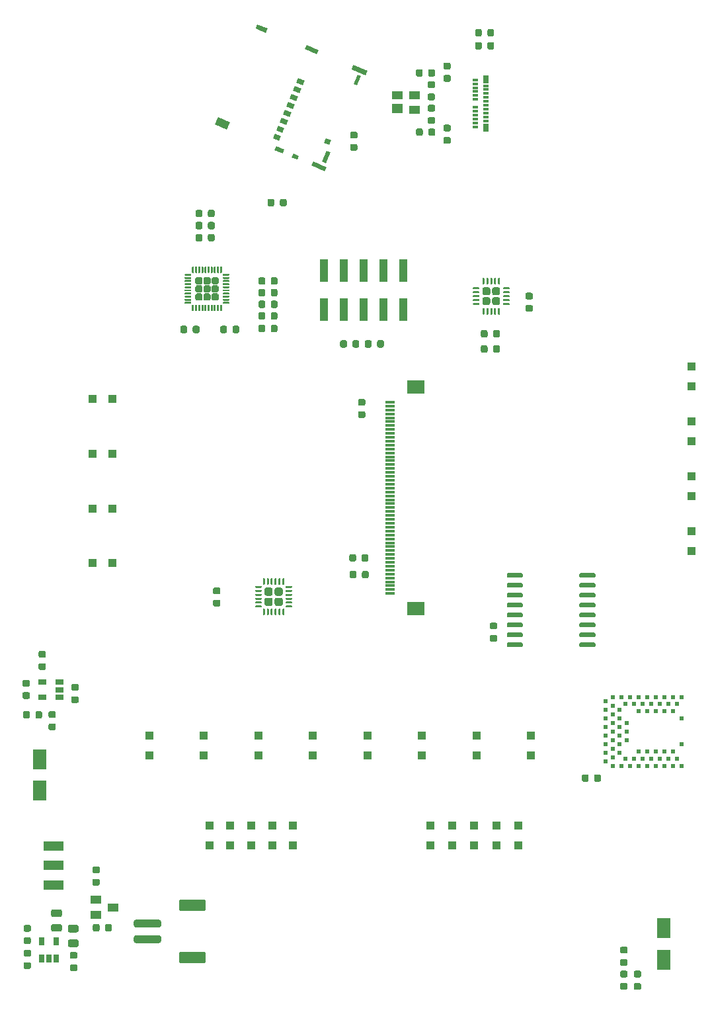
<source format=gbp>
G04 #@! TF.GenerationSoftware,KiCad,Pcbnew,(5.1.9)-1*
G04 #@! TF.CreationDate,2021-01-16T23:54:46-07:00*
G04 #@! TF.ProjectId,purplewizard,70757270-6c65-4776-997a-6172642e6b69,0.1*
G04 #@! TF.SameCoordinates,PX613b810PYa454c00*
G04 #@! TF.FileFunction,Paste,Bot*
G04 #@! TF.FilePolarity,Positive*
%FSLAX46Y46*%
G04 Gerber Fmt 4.6, Leading zero omitted, Abs format (unit mm)*
G04 Created by KiCad (PCBNEW (5.1.9)-1) date 2021-01-16 23:54:46*
%MOMM*%
%LPD*%
G01*
G04 APERTURE LIST*
%ADD10C,0.100000*%
%ADD11R,1.300000X0.300000*%
%ADD12R,2.200000X1.800000*%
%ADD13R,1.800000X2.500000*%
%ADD14R,2.500000X1.250000*%
%ADD15R,1.400000X1.000000*%
%ADD16R,1.400000X1.200000*%
%ADD17R,1.060000X0.650000*%
%ADD18R,0.650000X1.060000*%
%ADD19R,0.500000X0.500000*%
%ADD20R,0.700000X1.000000*%
%ADD21R,0.700000X0.300000*%
%ADD22R,1.000000X1.000000*%
%ADD23R,1.000000X3.000000*%
G04 APERTURE END LIST*
D10*
G36*
X28799600Y121208932D02*
G01*
X27234742Y121873175D01*
X27629380Y122802884D01*
X29194238Y122138641D01*
X28799600Y121208932D01*
G37*
G36*
X35933513Y118180765D02*
G01*
X34874933Y118630106D01*
X35078113Y119108769D01*
X36136693Y118659428D01*
X35933513Y118180765D01*
G37*
G36*
X37820548Y117379766D02*
G01*
X37065734Y117700166D01*
X37268914Y118178828D01*
X38023728Y117858428D01*
X37820548Y117379766D01*
G37*
G36*
X41318467Y115894988D02*
G01*
X39615533Y116617840D01*
X39838249Y117142528D01*
X41541183Y116419676D01*
X41318467Y115894988D01*
G37*
G36*
X41421324Y116905097D02*
G01*
X40915047Y117119999D01*
X41520680Y118546781D01*
X42026957Y118331879D01*
X41421324Y116905097D01*
G37*
G36*
X41867568Y119236034D02*
G01*
X41223214Y119509546D01*
X41496726Y120153900D01*
X42141080Y119880388D01*
X41867568Y119236034D01*
G37*
G36*
X45465197Y126866948D02*
G01*
X45050970Y127042777D01*
X45558921Y128239434D01*
X45973148Y128063605D01*
X45465197Y126866948D01*
G37*
G36*
X46542541Y128202138D02*
G01*
X44738352Y128967971D01*
X44961069Y129492658D01*
X46765258Y128726825D01*
X46542541Y128202138D01*
G37*
G36*
X40302644Y130905135D02*
G01*
X38783811Y131549841D01*
X38986992Y132028503D01*
X40505825Y131383797D01*
X40302644Y130905135D01*
G37*
G36*
X33793549Y133613764D02*
G01*
X32458817Y134180324D01*
X32681533Y134705012D01*
X34016265Y134138452D01*
X33793549Y133613764D01*
G37*
G36*
X35482748Y119806099D02*
G01*
X34654294Y120157757D01*
X34904362Y120746881D01*
X35732816Y120395223D01*
X35482748Y119806099D01*
G37*
G36*
X35912552Y120818654D02*
G01*
X35084098Y121170312D01*
X35334166Y121759436D01*
X36162620Y121407778D01*
X35912552Y120818654D01*
G37*
G36*
X36342356Y121831209D02*
G01*
X35513902Y122182867D01*
X35763970Y122771991D01*
X36592424Y122420333D01*
X36342356Y121831209D01*
G37*
G36*
X36772160Y122843765D02*
G01*
X35943706Y123195423D01*
X36193774Y123784547D01*
X37022228Y123432889D01*
X36772160Y122843765D01*
G37*
G36*
X37201965Y123856320D02*
G01*
X36373511Y124207978D01*
X36623579Y124797102D01*
X37452033Y124445444D01*
X37201965Y123856320D01*
G37*
G36*
X37631769Y124868875D02*
G01*
X36803315Y125220533D01*
X37053383Y125809657D01*
X37881837Y125457999D01*
X37631769Y124868875D01*
G37*
G36*
X38061573Y125881431D02*
G01*
X37233119Y126233089D01*
X37483187Y126822213D01*
X38311641Y126470555D01*
X38061573Y125881431D01*
G37*
G36*
X38491377Y126893986D02*
G01*
X37662923Y127245644D01*
X37912991Y127834768D01*
X38741445Y127483110D01*
X38491377Y126893986D01*
G37*
G36*
G01*
X44445000Y66163750D02*
X44445000Y66676250D01*
G75*
G02*
X44663750Y66895000I218750J0D01*
G01*
X45101250Y66895000D01*
G75*
G02*
X45320000Y66676250I0J-218750D01*
G01*
X45320000Y66163750D01*
G75*
G02*
X45101250Y65945000I-218750J0D01*
G01*
X44663750Y65945000D01*
G75*
G02*
X44445000Y66163750I0J218750D01*
G01*
G37*
G36*
G01*
X46020000Y66163750D02*
X46020000Y66676250D01*
G75*
G02*
X46238750Y66895000I218750J0D01*
G01*
X46676250Y66895000D01*
G75*
G02*
X46895000Y66676250I0J-218750D01*
G01*
X46895000Y66163750D01*
G75*
G02*
X46676250Y65945000I-218750J0D01*
G01*
X46238750Y65945000D01*
G75*
G02*
X46020000Y66163750I0J218750D01*
G01*
G37*
G36*
X25454660Y100278993D02*
G01*
X25478408Y100271789D01*
X25500294Y100260091D01*
X25519477Y100244348D01*
X25624348Y100139477D01*
X25640091Y100120294D01*
X25651789Y100098408D01*
X25658993Y100074660D01*
X25661425Y100049964D01*
X25661425Y99583370D01*
X25658993Y99558674D01*
X25651789Y99534926D01*
X25640091Y99513040D01*
X25624348Y99493857D01*
X25519477Y99388986D01*
X25500294Y99373243D01*
X25478408Y99361545D01*
X25454660Y99354341D01*
X25429964Y99351909D01*
X24963370Y99351909D01*
X24938674Y99354341D01*
X24914926Y99361545D01*
X24893040Y99373243D01*
X24873857Y99388986D01*
X24768986Y99493857D01*
X24753243Y99513040D01*
X24741545Y99534926D01*
X24734341Y99558674D01*
X24731909Y99583370D01*
X24731909Y100049964D01*
X24734341Y100074660D01*
X24741545Y100098408D01*
X24753243Y100120294D01*
X24768986Y100139477D01*
X24873857Y100244348D01*
X24893040Y100260091D01*
X24914926Y100271789D01*
X24938674Y100278993D01*
X24963370Y100281425D01*
X25429964Y100281425D01*
X25454660Y100278993D01*
G37*
G36*
X25454660Y101312326D02*
G01*
X25478408Y101305122D01*
X25500294Y101293424D01*
X25519477Y101277681D01*
X25624348Y101172810D01*
X25640091Y101153627D01*
X25651789Y101131741D01*
X25658993Y101107993D01*
X25661425Y101083297D01*
X25661425Y100616703D01*
X25658993Y100592007D01*
X25651789Y100568259D01*
X25640091Y100546373D01*
X25624348Y100527190D01*
X25519477Y100422319D01*
X25500294Y100406576D01*
X25478408Y100394878D01*
X25454660Y100387674D01*
X25429964Y100385242D01*
X24963370Y100385242D01*
X24938674Y100387674D01*
X24914926Y100394878D01*
X24893040Y100406576D01*
X24873857Y100422319D01*
X24768986Y100527190D01*
X24753243Y100546373D01*
X24741545Y100568259D01*
X24734341Y100592007D01*
X24731909Y100616703D01*
X24731909Y101083297D01*
X24734341Y101107993D01*
X24741545Y101131741D01*
X24753243Y101153627D01*
X24768986Y101172810D01*
X24873857Y101277681D01*
X24893040Y101293424D01*
X24914926Y101305122D01*
X24938674Y101312326D01*
X24963370Y101314758D01*
X25429964Y101314758D01*
X25454660Y101312326D01*
G37*
G36*
X25454660Y102345659D02*
G01*
X25478408Y102338455D01*
X25500294Y102326757D01*
X25519477Y102311014D01*
X25624348Y102206143D01*
X25640091Y102186960D01*
X25651789Y102165074D01*
X25658993Y102141326D01*
X25661425Y102116630D01*
X25661425Y101650036D01*
X25658993Y101625340D01*
X25651789Y101601592D01*
X25640091Y101579706D01*
X25624348Y101560523D01*
X25519477Y101455652D01*
X25500294Y101439909D01*
X25478408Y101428211D01*
X25454660Y101421007D01*
X25429964Y101418575D01*
X24963370Y101418575D01*
X24938674Y101421007D01*
X24914926Y101428211D01*
X24893040Y101439909D01*
X24873857Y101455652D01*
X24768986Y101560523D01*
X24753243Y101579706D01*
X24741545Y101601592D01*
X24734341Y101625340D01*
X24731909Y101650036D01*
X24731909Y102116630D01*
X24734341Y102141326D01*
X24741545Y102165074D01*
X24753243Y102186960D01*
X24768986Y102206143D01*
X24873857Y102311014D01*
X24893040Y102326757D01*
X24914926Y102338455D01*
X24938674Y102345659D01*
X24963370Y102348091D01*
X25429964Y102348091D01*
X25454660Y102345659D01*
G37*
G36*
X26487993Y100278993D02*
G01*
X26511741Y100271789D01*
X26533627Y100260091D01*
X26552810Y100244348D01*
X26657681Y100139477D01*
X26673424Y100120294D01*
X26685122Y100098408D01*
X26692326Y100074660D01*
X26694758Y100049964D01*
X26694758Y99583370D01*
X26692326Y99558674D01*
X26685122Y99534926D01*
X26673424Y99513040D01*
X26657681Y99493857D01*
X26552810Y99388986D01*
X26533627Y99373243D01*
X26511741Y99361545D01*
X26487993Y99354341D01*
X26463297Y99351909D01*
X25996703Y99351909D01*
X25972007Y99354341D01*
X25948259Y99361545D01*
X25926373Y99373243D01*
X25907190Y99388986D01*
X25802319Y99493857D01*
X25786576Y99513040D01*
X25774878Y99534926D01*
X25767674Y99558674D01*
X25765242Y99583370D01*
X25765242Y100049964D01*
X25767674Y100074660D01*
X25774878Y100098408D01*
X25786576Y100120294D01*
X25802319Y100139477D01*
X25907190Y100244348D01*
X25926373Y100260091D01*
X25948259Y100271789D01*
X25972007Y100278993D01*
X25996703Y100281425D01*
X26463297Y100281425D01*
X26487993Y100278993D01*
G37*
G36*
X26487993Y101312326D02*
G01*
X26511741Y101305122D01*
X26533627Y101293424D01*
X26552810Y101277681D01*
X26657681Y101172810D01*
X26673424Y101153627D01*
X26685122Y101131741D01*
X26692326Y101107993D01*
X26694758Y101083297D01*
X26694758Y100616703D01*
X26692326Y100592007D01*
X26685122Y100568259D01*
X26673424Y100546373D01*
X26657681Y100527190D01*
X26552810Y100422319D01*
X26533627Y100406576D01*
X26511741Y100394878D01*
X26487993Y100387674D01*
X26463297Y100385242D01*
X25996703Y100385242D01*
X25972007Y100387674D01*
X25948259Y100394878D01*
X25926373Y100406576D01*
X25907190Y100422319D01*
X25802319Y100527190D01*
X25786576Y100546373D01*
X25774878Y100568259D01*
X25767674Y100592007D01*
X25765242Y100616703D01*
X25765242Y101083297D01*
X25767674Y101107993D01*
X25774878Y101131741D01*
X25786576Y101153627D01*
X25802319Y101172810D01*
X25907190Y101277681D01*
X25926373Y101293424D01*
X25948259Y101305122D01*
X25972007Y101312326D01*
X25996703Y101314758D01*
X26463297Y101314758D01*
X26487993Y101312326D01*
G37*
G36*
X26487993Y102345659D02*
G01*
X26511741Y102338455D01*
X26533627Y102326757D01*
X26552810Y102311014D01*
X26657681Y102206143D01*
X26673424Y102186960D01*
X26685122Y102165074D01*
X26692326Y102141326D01*
X26694758Y102116630D01*
X26694758Y101650036D01*
X26692326Y101625340D01*
X26685122Y101601592D01*
X26673424Y101579706D01*
X26657681Y101560523D01*
X26552810Y101455652D01*
X26533627Y101439909D01*
X26511741Y101428211D01*
X26487993Y101421007D01*
X26463297Y101418575D01*
X25996703Y101418575D01*
X25972007Y101421007D01*
X25948259Y101428211D01*
X25926373Y101439909D01*
X25907190Y101455652D01*
X25802319Y101560523D01*
X25786576Y101579706D01*
X25774878Y101601592D01*
X25767674Y101625340D01*
X25765242Y101650036D01*
X25765242Y102116630D01*
X25767674Y102141326D01*
X25774878Y102165074D01*
X25786576Y102186960D01*
X25802319Y102206143D01*
X25907190Y102311014D01*
X25926373Y102326757D01*
X25948259Y102338455D01*
X25972007Y102345659D01*
X25996703Y102348091D01*
X26463297Y102348091D01*
X26487993Y102345659D01*
G37*
G36*
X27521326Y100278993D02*
G01*
X27545074Y100271789D01*
X27566960Y100260091D01*
X27586143Y100244348D01*
X27691014Y100139477D01*
X27706757Y100120294D01*
X27718455Y100098408D01*
X27725659Y100074660D01*
X27728091Y100049964D01*
X27728091Y99583370D01*
X27725659Y99558674D01*
X27718455Y99534926D01*
X27706757Y99513040D01*
X27691014Y99493857D01*
X27586143Y99388986D01*
X27566960Y99373243D01*
X27545074Y99361545D01*
X27521326Y99354341D01*
X27496630Y99351909D01*
X27030036Y99351909D01*
X27005340Y99354341D01*
X26981592Y99361545D01*
X26959706Y99373243D01*
X26940523Y99388986D01*
X26835652Y99493857D01*
X26819909Y99513040D01*
X26808211Y99534926D01*
X26801007Y99558674D01*
X26798575Y99583370D01*
X26798575Y100049964D01*
X26801007Y100074660D01*
X26808211Y100098408D01*
X26819909Y100120294D01*
X26835652Y100139477D01*
X26940523Y100244348D01*
X26959706Y100260091D01*
X26981592Y100271789D01*
X27005340Y100278993D01*
X27030036Y100281425D01*
X27496630Y100281425D01*
X27521326Y100278993D01*
G37*
G36*
X27521326Y101312326D02*
G01*
X27545074Y101305122D01*
X27566960Y101293424D01*
X27586143Y101277681D01*
X27691014Y101172810D01*
X27706757Y101153627D01*
X27718455Y101131741D01*
X27725659Y101107993D01*
X27728091Y101083297D01*
X27728091Y100616703D01*
X27725659Y100592007D01*
X27718455Y100568259D01*
X27706757Y100546373D01*
X27691014Y100527190D01*
X27586143Y100422319D01*
X27566960Y100406576D01*
X27545074Y100394878D01*
X27521326Y100387674D01*
X27496630Y100385242D01*
X27030036Y100385242D01*
X27005340Y100387674D01*
X26981592Y100394878D01*
X26959706Y100406576D01*
X26940523Y100422319D01*
X26835652Y100527190D01*
X26819909Y100546373D01*
X26808211Y100568259D01*
X26801007Y100592007D01*
X26798575Y100616703D01*
X26798575Y101083297D01*
X26801007Y101107993D01*
X26808211Y101131741D01*
X26819909Y101153627D01*
X26835652Y101172810D01*
X26940523Y101277681D01*
X26959706Y101293424D01*
X26981592Y101305122D01*
X27005340Y101312326D01*
X27030036Y101314758D01*
X27496630Y101314758D01*
X27521326Y101312326D01*
G37*
G36*
X27521326Y102345659D02*
G01*
X27545074Y102338455D01*
X27566960Y102326757D01*
X27586143Y102311014D01*
X27691014Y102206143D01*
X27706757Y102186960D01*
X27718455Y102165074D01*
X27725659Y102141326D01*
X27728091Y102116630D01*
X27728091Y101650036D01*
X27725659Y101625340D01*
X27718455Y101601592D01*
X27706757Y101579706D01*
X27691014Y101560523D01*
X27586143Y101455652D01*
X27566960Y101439909D01*
X27545074Y101428211D01*
X27521326Y101421007D01*
X27496630Y101418575D01*
X27030036Y101418575D01*
X27005340Y101421007D01*
X26981592Y101428211D01*
X26959706Y101439909D01*
X26940523Y101455652D01*
X26835652Y101560523D01*
X26819909Y101579706D01*
X26808211Y101601592D01*
X26801007Y101625340D01*
X26798575Y101650036D01*
X26798575Y102116630D01*
X26801007Y102141326D01*
X26808211Y102165074D01*
X26819909Y102186960D01*
X26835652Y102206143D01*
X26940523Y102311014D01*
X26959706Y102326757D01*
X26981592Y102338455D01*
X27005340Y102345659D01*
X27030036Y102348091D01*
X27496630Y102348091D01*
X27521326Y102345659D01*
G37*
G36*
G01*
X23380000Y98987500D02*
X23380000Y99112500D01*
G75*
G02*
X23442500Y99175000I62500J0D01*
G01*
X24142500Y99175000D01*
G75*
G02*
X24205000Y99112500I0J-62500D01*
G01*
X24205000Y98987500D01*
G75*
G02*
X24142500Y98925000I-62500J0D01*
G01*
X23442500Y98925000D01*
G75*
G02*
X23380000Y98987500I0J62500D01*
G01*
G37*
G36*
G01*
X23380000Y99387500D02*
X23380000Y99512500D01*
G75*
G02*
X23442500Y99575000I62500J0D01*
G01*
X24142500Y99575000D01*
G75*
G02*
X24205000Y99512500I0J-62500D01*
G01*
X24205000Y99387500D01*
G75*
G02*
X24142500Y99325000I-62500J0D01*
G01*
X23442500Y99325000D01*
G75*
G02*
X23380000Y99387500I0J62500D01*
G01*
G37*
G36*
G01*
X23380000Y99787500D02*
X23380000Y99912500D01*
G75*
G02*
X23442500Y99975000I62500J0D01*
G01*
X24142500Y99975000D01*
G75*
G02*
X24205000Y99912500I0J-62500D01*
G01*
X24205000Y99787500D01*
G75*
G02*
X24142500Y99725000I-62500J0D01*
G01*
X23442500Y99725000D01*
G75*
G02*
X23380000Y99787500I0J62500D01*
G01*
G37*
G36*
G01*
X23380000Y100187500D02*
X23380000Y100312500D01*
G75*
G02*
X23442500Y100375000I62500J0D01*
G01*
X24142500Y100375000D01*
G75*
G02*
X24205000Y100312500I0J-62500D01*
G01*
X24205000Y100187500D01*
G75*
G02*
X24142500Y100125000I-62500J0D01*
G01*
X23442500Y100125000D01*
G75*
G02*
X23380000Y100187500I0J62500D01*
G01*
G37*
G36*
G01*
X23380000Y100587500D02*
X23380000Y100712500D01*
G75*
G02*
X23442500Y100775000I62500J0D01*
G01*
X24142500Y100775000D01*
G75*
G02*
X24205000Y100712500I0J-62500D01*
G01*
X24205000Y100587500D01*
G75*
G02*
X24142500Y100525000I-62500J0D01*
G01*
X23442500Y100525000D01*
G75*
G02*
X23380000Y100587500I0J62500D01*
G01*
G37*
G36*
G01*
X23380000Y100987500D02*
X23380000Y101112500D01*
G75*
G02*
X23442500Y101175000I62500J0D01*
G01*
X24142500Y101175000D01*
G75*
G02*
X24205000Y101112500I0J-62500D01*
G01*
X24205000Y100987500D01*
G75*
G02*
X24142500Y100925000I-62500J0D01*
G01*
X23442500Y100925000D01*
G75*
G02*
X23380000Y100987500I0J62500D01*
G01*
G37*
G36*
G01*
X23380000Y101387500D02*
X23380000Y101512500D01*
G75*
G02*
X23442500Y101575000I62500J0D01*
G01*
X24142500Y101575000D01*
G75*
G02*
X24205000Y101512500I0J-62500D01*
G01*
X24205000Y101387500D01*
G75*
G02*
X24142500Y101325000I-62500J0D01*
G01*
X23442500Y101325000D01*
G75*
G02*
X23380000Y101387500I0J62500D01*
G01*
G37*
G36*
G01*
X23380000Y101787500D02*
X23380000Y101912500D01*
G75*
G02*
X23442500Y101975000I62500J0D01*
G01*
X24142500Y101975000D01*
G75*
G02*
X24205000Y101912500I0J-62500D01*
G01*
X24205000Y101787500D01*
G75*
G02*
X24142500Y101725000I-62500J0D01*
G01*
X23442500Y101725000D01*
G75*
G02*
X23380000Y101787500I0J62500D01*
G01*
G37*
G36*
G01*
X23380000Y102187500D02*
X23380000Y102312500D01*
G75*
G02*
X23442500Y102375000I62500J0D01*
G01*
X24142500Y102375000D01*
G75*
G02*
X24205000Y102312500I0J-62500D01*
G01*
X24205000Y102187500D01*
G75*
G02*
X24142500Y102125000I-62500J0D01*
G01*
X23442500Y102125000D01*
G75*
G02*
X23380000Y102187500I0J62500D01*
G01*
G37*
G36*
G01*
X23380000Y102587500D02*
X23380000Y102712500D01*
G75*
G02*
X23442500Y102775000I62500J0D01*
G01*
X24142500Y102775000D01*
G75*
G02*
X24205000Y102712500I0J-62500D01*
G01*
X24205000Y102587500D01*
G75*
G02*
X24142500Y102525000I-62500J0D01*
G01*
X23442500Y102525000D01*
G75*
G02*
X23380000Y102587500I0J62500D01*
G01*
G37*
G36*
G01*
X24305000Y102937500D02*
X24305000Y103637500D01*
G75*
G02*
X24367500Y103700000I62500J0D01*
G01*
X24492500Y103700000D01*
G75*
G02*
X24555000Y103637500I0J-62500D01*
G01*
X24555000Y102937500D01*
G75*
G02*
X24492500Y102875000I-62500J0D01*
G01*
X24367500Y102875000D01*
G75*
G02*
X24305000Y102937500I0J62500D01*
G01*
G37*
G36*
G01*
X24705000Y102937500D02*
X24705000Y103637500D01*
G75*
G02*
X24767500Y103700000I62500J0D01*
G01*
X24892500Y103700000D01*
G75*
G02*
X24955000Y103637500I0J-62500D01*
G01*
X24955000Y102937500D01*
G75*
G02*
X24892500Y102875000I-62500J0D01*
G01*
X24767500Y102875000D01*
G75*
G02*
X24705000Y102937500I0J62500D01*
G01*
G37*
G36*
G01*
X25105000Y102937500D02*
X25105000Y103637500D01*
G75*
G02*
X25167500Y103700000I62500J0D01*
G01*
X25292500Y103700000D01*
G75*
G02*
X25355000Y103637500I0J-62500D01*
G01*
X25355000Y102937500D01*
G75*
G02*
X25292500Y102875000I-62500J0D01*
G01*
X25167500Y102875000D01*
G75*
G02*
X25105000Y102937500I0J62500D01*
G01*
G37*
G36*
G01*
X25505000Y102937500D02*
X25505000Y103637500D01*
G75*
G02*
X25567500Y103700000I62500J0D01*
G01*
X25692500Y103700000D01*
G75*
G02*
X25755000Y103637500I0J-62500D01*
G01*
X25755000Y102937500D01*
G75*
G02*
X25692500Y102875000I-62500J0D01*
G01*
X25567500Y102875000D01*
G75*
G02*
X25505000Y102937500I0J62500D01*
G01*
G37*
G36*
G01*
X25905000Y102937500D02*
X25905000Y103637500D01*
G75*
G02*
X25967500Y103700000I62500J0D01*
G01*
X26092500Y103700000D01*
G75*
G02*
X26155000Y103637500I0J-62500D01*
G01*
X26155000Y102937500D01*
G75*
G02*
X26092500Y102875000I-62500J0D01*
G01*
X25967500Y102875000D01*
G75*
G02*
X25905000Y102937500I0J62500D01*
G01*
G37*
G36*
G01*
X26305000Y102937500D02*
X26305000Y103637500D01*
G75*
G02*
X26367500Y103700000I62500J0D01*
G01*
X26492500Y103700000D01*
G75*
G02*
X26555000Y103637500I0J-62500D01*
G01*
X26555000Y102937500D01*
G75*
G02*
X26492500Y102875000I-62500J0D01*
G01*
X26367500Y102875000D01*
G75*
G02*
X26305000Y102937500I0J62500D01*
G01*
G37*
G36*
G01*
X26705000Y102937500D02*
X26705000Y103637500D01*
G75*
G02*
X26767500Y103700000I62500J0D01*
G01*
X26892500Y103700000D01*
G75*
G02*
X26955000Y103637500I0J-62500D01*
G01*
X26955000Y102937500D01*
G75*
G02*
X26892500Y102875000I-62500J0D01*
G01*
X26767500Y102875000D01*
G75*
G02*
X26705000Y102937500I0J62500D01*
G01*
G37*
G36*
G01*
X27105000Y102937500D02*
X27105000Y103637500D01*
G75*
G02*
X27167500Y103700000I62500J0D01*
G01*
X27292500Y103700000D01*
G75*
G02*
X27355000Y103637500I0J-62500D01*
G01*
X27355000Y102937500D01*
G75*
G02*
X27292500Y102875000I-62500J0D01*
G01*
X27167500Y102875000D01*
G75*
G02*
X27105000Y102937500I0J62500D01*
G01*
G37*
G36*
G01*
X27505000Y102937500D02*
X27505000Y103637500D01*
G75*
G02*
X27567500Y103700000I62500J0D01*
G01*
X27692500Y103700000D01*
G75*
G02*
X27755000Y103637500I0J-62500D01*
G01*
X27755000Y102937500D01*
G75*
G02*
X27692500Y102875000I-62500J0D01*
G01*
X27567500Y102875000D01*
G75*
G02*
X27505000Y102937500I0J62500D01*
G01*
G37*
G36*
G01*
X27905000Y102937500D02*
X27905000Y103637500D01*
G75*
G02*
X27967500Y103700000I62500J0D01*
G01*
X28092500Y103700000D01*
G75*
G02*
X28155000Y103637500I0J-62500D01*
G01*
X28155000Y102937500D01*
G75*
G02*
X28092500Y102875000I-62500J0D01*
G01*
X27967500Y102875000D01*
G75*
G02*
X27905000Y102937500I0J62500D01*
G01*
G37*
G36*
G01*
X28255000Y102587500D02*
X28255000Y102712500D01*
G75*
G02*
X28317500Y102775000I62500J0D01*
G01*
X29017500Y102775000D01*
G75*
G02*
X29080000Y102712500I0J-62500D01*
G01*
X29080000Y102587500D01*
G75*
G02*
X29017500Y102525000I-62500J0D01*
G01*
X28317500Y102525000D01*
G75*
G02*
X28255000Y102587500I0J62500D01*
G01*
G37*
G36*
G01*
X28255000Y102187500D02*
X28255000Y102312500D01*
G75*
G02*
X28317500Y102375000I62500J0D01*
G01*
X29017500Y102375000D01*
G75*
G02*
X29080000Y102312500I0J-62500D01*
G01*
X29080000Y102187500D01*
G75*
G02*
X29017500Y102125000I-62500J0D01*
G01*
X28317500Y102125000D01*
G75*
G02*
X28255000Y102187500I0J62500D01*
G01*
G37*
G36*
G01*
X28255000Y101787500D02*
X28255000Y101912500D01*
G75*
G02*
X28317500Y101975000I62500J0D01*
G01*
X29017500Y101975000D01*
G75*
G02*
X29080000Y101912500I0J-62500D01*
G01*
X29080000Y101787500D01*
G75*
G02*
X29017500Y101725000I-62500J0D01*
G01*
X28317500Y101725000D01*
G75*
G02*
X28255000Y101787500I0J62500D01*
G01*
G37*
G36*
G01*
X28255000Y101387500D02*
X28255000Y101512500D01*
G75*
G02*
X28317500Y101575000I62500J0D01*
G01*
X29017500Y101575000D01*
G75*
G02*
X29080000Y101512500I0J-62500D01*
G01*
X29080000Y101387500D01*
G75*
G02*
X29017500Y101325000I-62500J0D01*
G01*
X28317500Y101325000D01*
G75*
G02*
X28255000Y101387500I0J62500D01*
G01*
G37*
G36*
G01*
X28255000Y100987500D02*
X28255000Y101112500D01*
G75*
G02*
X28317500Y101175000I62500J0D01*
G01*
X29017500Y101175000D01*
G75*
G02*
X29080000Y101112500I0J-62500D01*
G01*
X29080000Y100987500D01*
G75*
G02*
X29017500Y100925000I-62500J0D01*
G01*
X28317500Y100925000D01*
G75*
G02*
X28255000Y100987500I0J62500D01*
G01*
G37*
G36*
G01*
X28255000Y100587500D02*
X28255000Y100712500D01*
G75*
G02*
X28317500Y100775000I62500J0D01*
G01*
X29017500Y100775000D01*
G75*
G02*
X29080000Y100712500I0J-62500D01*
G01*
X29080000Y100587500D01*
G75*
G02*
X29017500Y100525000I-62500J0D01*
G01*
X28317500Y100525000D01*
G75*
G02*
X28255000Y100587500I0J62500D01*
G01*
G37*
G36*
G01*
X28255000Y100187500D02*
X28255000Y100312500D01*
G75*
G02*
X28317500Y100375000I62500J0D01*
G01*
X29017500Y100375000D01*
G75*
G02*
X29080000Y100312500I0J-62500D01*
G01*
X29080000Y100187500D01*
G75*
G02*
X29017500Y100125000I-62500J0D01*
G01*
X28317500Y100125000D01*
G75*
G02*
X28255000Y100187500I0J62500D01*
G01*
G37*
G36*
G01*
X28255000Y99787500D02*
X28255000Y99912500D01*
G75*
G02*
X28317500Y99975000I62500J0D01*
G01*
X29017500Y99975000D01*
G75*
G02*
X29080000Y99912500I0J-62500D01*
G01*
X29080000Y99787500D01*
G75*
G02*
X29017500Y99725000I-62500J0D01*
G01*
X28317500Y99725000D01*
G75*
G02*
X28255000Y99787500I0J62500D01*
G01*
G37*
G36*
G01*
X28255000Y99387500D02*
X28255000Y99512500D01*
G75*
G02*
X28317500Y99575000I62500J0D01*
G01*
X29017500Y99575000D01*
G75*
G02*
X29080000Y99512500I0J-62500D01*
G01*
X29080000Y99387500D01*
G75*
G02*
X29017500Y99325000I-62500J0D01*
G01*
X28317500Y99325000D01*
G75*
G02*
X28255000Y99387500I0J62500D01*
G01*
G37*
G36*
G01*
X28255000Y98987500D02*
X28255000Y99112500D01*
G75*
G02*
X28317500Y99175000I62500J0D01*
G01*
X29017500Y99175000D01*
G75*
G02*
X29080000Y99112500I0J-62500D01*
G01*
X29080000Y98987500D01*
G75*
G02*
X29017500Y98925000I-62500J0D01*
G01*
X28317500Y98925000D01*
G75*
G02*
X28255000Y98987500I0J62500D01*
G01*
G37*
G36*
G01*
X27905000Y98062500D02*
X27905000Y98762500D01*
G75*
G02*
X27967500Y98825000I62500J0D01*
G01*
X28092500Y98825000D01*
G75*
G02*
X28155000Y98762500I0J-62500D01*
G01*
X28155000Y98062500D01*
G75*
G02*
X28092500Y98000000I-62500J0D01*
G01*
X27967500Y98000000D01*
G75*
G02*
X27905000Y98062500I0J62500D01*
G01*
G37*
G36*
G01*
X27505000Y98062500D02*
X27505000Y98762500D01*
G75*
G02*
X27567500Y98825000I62500J0D01*
G01*
X27692500Y98825000D01*
G75*
G02*
X27755000Y98762500I0J-62500D01*
G01*
X27755000Y98062500D01*
G75*
G02*
X27692500Y98000000I-62500J0D01*
G01*
X27567500Y98000000D01*
G75*
G02*
X27505000Y98062500I0J62500D01*
G01*
G37*
G36*
G01*
X27105000Y98062500D02*
X27105000Y98762500D01*
G75*
G02*
X27167500Y98825000I62500J0D01*
G01*
X27292500Y98825000D01*
G75*
G02*
X27355000Y98762500I0J-62500D01*
G01*
X27355000Y98062500D01*
G75*
G02*
X27292500Y98000000I-62500J0D01*
G01*
X27167500Y98000000D01*
G75*
G02*
X27105000Y98062500I0J62500D01*
G01*
G37*
G36*
G01*
X26705000Y98062500D02*
X26705000Y98762500D01*
G75*
G02*
X26767500Y98825000I62500J0D01*
G01*
X26892500Y98825000D01*
G75*
G02*
X26955000Y98762500I0J-62500D01*
G01*
X26955000Y98062500D01*
G75*
G02*
X26892500Y98000000I-62500J0D01*
G01*
X26767500Y98000000D01*
G75*
G02*
X26705000Y98062500I0J62500D01*
G01*
G37*
G36*
G01*
X26305000Y98062500D02*
X26305000Y98762500D01*
G75*
G02*
X26367500Y98825000I62500J0D01*
G01*
X26492500Y98825000D01*
G75*
G02*
X26555000Y98762500I0J-62500D01*
G01*
X26555000Y98062500D01*
G75*
G02*
X26492500Y98000000I-62500J0D01*
G01*
X26367500Y98000000D01*
G75*
G02*
X26305000Y98062500I0J62500D01*
G01*
G37*
G36*
G01*
X25905000Y98062500D02*
X25905000Y98762500D01*
G75*
G02*
X25967500Y98825000I62500J0D01*
G01*
X26092500Y98825000D01*
G75*
G02*
X26155000Y98762500I0J-62500D01*
G01*
X26155000Y98062500D01*
G75*
G02*
X26092500Y98000000I-62500J0D01*
G01*
X25967500Y98000000D01*
G75*
G02*
X25905000Y98062500I0J62500D01*
G01*
G37*
G36*
G01*
X25505000Y98062500D02*
X25505000Y98762500D01*
G75*
G02*
X25567500Y98825000I62500J0D01*
G01*
X25692500Y98825000D01*
G75*
G02*
X25755000Y98762500I0J-62500D01*
G01*
X25755000Y98062500D01*
G75*
G02*
X25692500Y98000000I-62500J0D01*
G01*
X25567500Y98000000D01*
G75*
G02*
X25505000Y98062500I0J62500D01*
G01*
G37*
G36*
G01*
X25105000Y98062500D02*
X25105000Y98762500D01*
G75*
G02*
X25167500Y98825000I62500J0D01*
G01*
X25292500Y98825000D01*
G75*
G02*
X25355000Y98762500I0J-62500D01*
G01*
X25355000Y98062500D01*
G75*
G02*
X25292500Y98000000I-62500J0D01*
G01*
X25167500Y98000000D01*
G75*
G02*
X25105000Y98062500I0J62500D01*
G01*
G37*
G36*
G01*
X24705000Y98062500D02*
X24705000Y98762500D01*
G75*
G02*
X24767500Y98825000I62500J0D01*
G01*
X24892500Y98825000D01*
G75*
G02*
X24955000Y98762500I0J-62500D01*
G01*
X24955000Y98062500D01*
G75*
G02*
X24892500Y98000000I-62500J0D01*
G01*
X24767500Y98000000D01*
G75*
G02*
X24705000Y98062500I0J62500D01*
G01*
G37*
G36*
G01*
X24305000Y98062500D02*
X24305000Y98762500D01*
G75*
G02*
X24367500Y98825000I62500J0D01*
G01*
X24492500Y98825000D01*
G75*
G02*
X24555000Y98762500I0J-62500D01*
G01*
X24555000Y98062500D01*
G75*
G02*
X24492500Y98000000I-62500J0D01*
G01*
X24367500Y98000000D01*
G75*
G02*
X24305000Y98062500I0J62500D01*
G01*
G37*
D11*
X49710000Y61850000D03*
X49710000Y62350000D03*
X49710000Y62850000D03*
X49710000Y63350000D03*
X49710000Y63850000D03*
X49710000Y64350000D03*
X49710000Y64850000D03*
X49710000Y65350000D03*
X49710000Y65850000D03*
X49710000Y66350000D03*
X49710000Y66850000D03*
X49710000Y67350000D03*
X49710000Y67850000D03*
X49710000Y68350000D03*
X49710000Y68850000D03*
X49710000Y69350000D03*
X49710000Y69850000D03*
X49710000Y70350000D03*
X49710000Y70850000D03*
X49710000Y71350000D03*
X49710000Y71850000D03*
X49710000Y72350000D03*
X49710000Y72850000D03*
X49710000Y73350000D03*
X49710000Y73850000D03*
X49710000Y74350000D03*
X49710000Y74850000D03*
X49710000Y75350000D03*
X49710000Y75850000D03*
X49710000Y76350000D03*
X49710000Y76850000D03*
X49710000Y77350000D03*
X49710000Y77850000D03*
X49710000Y78350000D03*
X49710000Y78850000D03*
X49710000Y79350000D03*
X49710000Y79850000D03*
X49710000Y80350000D03*
X49710000Y80850000D03*
X49710000Y81350000D03*
X49710000Y81850000D03*
X49710000Y82350000D03*
X49710000Y82850000D03*
X49710000Y83350000D03*
X49710000Y83850000D03*
X49710000Y84350000D03*
X49710000Y84850000D03*
X49710000Y85350000D03*
X49710000Y85850000D03*
X49710000Y86350000D03*
D12*
X52960000Y88250000D03*
X52960000Y59950000D03*
D13*
X84688680Y19007840D03*
X84688680Y15007840D03*
G36*
G01*
X54713750Y122826668D02*
X55226250Y122826668D01*
G75*
G02*
X55445000Y122607918I0J-218750D01*
G01*
X55445000Y122170418D01*
G75*
G02*
X55226250Y121951668I-218750J0D01*
G01*
X54713750Y121951668D01*
G75*
G02*
X54495000Y122170418I0J218750D01*
G01*
X54495000Y122607918D01*
G75*
G02*
X54713750Y122826668I218750J0D01*
G01*
G37*
G36*
G01*
X54713750Y124401668D02*
X55226250Y124401668D01*
G75*
G02*
X55445000Y124182918I0J-218750D01*
G01*
X55445000Y123745418D01*
G75*
G02*
X55226250Y123526668I-218750J0D01*
G01*
X54713750Y123526668D01*
G75*
G02*
X54495000Y123745418I0J218750D01*
G01*
X54495000Y124182918D01*
G75*
G02*
X54713750Y124401668I218750J0D01*
G01*
G37*
G36*
G01*
X9063010Y48699940D02*
X9575510Y48699940D01*
G75*
G02*
X9794260Y48481190I0J-218750D01*
G01*
X9794260Y48043690D01*
G75*
G02*
X9575510Y47824940I-218750J0D01*
G01*
X9063010Y47824940D01*
G75*
G02*
X8844260Y48043690I0J218750D01*
G01*
X8844260Y48481190D01*
G75*
G02*
X9063010Y48699940I218750J0D01*
G01*
G37*
G36*
G01*
X9063010Y50274940D02*
X9575510Y50274940D01*
G75*
G02*
X9794260Y50056190I0J-218750D01*
G01*
X9794260Y49618690D01*
G75*
G02*
X9575510Y49399940I-218750J0D01*
G01*
X9063010Y49399940D01*
G75*
G02*
X8844260Y49618690I0J218750D01*
G01*
X8844260Y50056190D01*
G75*
G02*
X9063010Y50274940I218750J0D01*
G01*
G37*
G36*
G01*
X6651970Y45925220D02*
X6139470Y45925220D01*
G75*
G02*
X5920720Y46143970I0J218750D01*
G01*
X5920720Y46581470D01*
G75*
G02*
X6139470Y46800220I218750J0D01*
G01*
X6651970Y46800220D01*
G75*
G02*
X6870720Y46581470I0J-218750D01*
G01*
X6870720Y46143970D01*
G75*
G02*
X6651970Y45925220I-218750J0D01*
G01*
G37*
G36*
G01*
X6651970Y44350220D02*
X6139470Y44350220D01*
G75*
G02*
X5920720Y44568970I0J218750D01*
G01*
X5920720Y45006470D01*
G75*
G02*
X6139470Y45225220I218750J0D01*
G01*
X6651970Y45225220D01*
G75*
G02*
X6870720Y45006470I0J-218750D01*
G01*
X6870720Y44568970D01*
G75*
G02*
X6651970Y44350220I-218750J0D01*
G01*
G37*
G36*
G01*
X34390000Y101593750D02*
X34390000Y102106250D01*
G75*
G02*
X34608750Y102325000I218750J0D01*
G01*
X35046250Y102325000D01*
G75*
G02*
X35265000Y102106250I0J-218750D01*
G01*
X35265000Y101593750D01*
G75*
G02*
X35046250Y101375000I-218750J0D01*
G01*
X34608750Y101375000D01*
G75*
G02*
X34390000Y101593750I0J218750D01*
G01*
G37*
G36*
G01*
X32815000Y101593750D02*
X32815000Y102106250D01*
G75*
G02*
X33033750Y102325000I218750J0D01*
G01*
X33471250Y102325000D01*
G75*
G02*
X33690000Y102106250I0J-218750D01*
G01*
X33690000Y101593750D01*
G75*
G02*
X33471250Y101375000I-218750J0D01*
G01*
X33033750Y101375000D01*
G75*
G02*
X32815000Y101593750I0J218750D01*
G01*
G37*
G36*
G01*
X81105750Y12002600D02*
X81618250Y12002600D01*
G75*
G02*
X81837000Y11783850I0J-218750D01*
G01*
X81837000Y11346350D01*
G75*
G02*
X81618250Y11127600I-218750J0D01*
G01*
X81105750Y11127600D01*
G75*
G02*
X80887000Y11346350I0J218750D01*
G01*
X80887000Y11783850D01*
G75*
G02*
X81105750Y12002600I218750J0D01*
G01*
G37*
G36*
G01*
X81105750Y13577600D02*
X81618250Y13577600D01*
G75*
G02*
X81837000Y13358850I0J-218750D01*
G01*
X81837000Y12921350D01*
G75*
G02*
X81618250Y12702600I-218750J0D01*
G01*
X81105750Y12702600D01*
G75*
G02*
X80887000Y12921350I0J218750D01*
G01*
X80887000Y13358850D01*
G75*
G02*
X81105750Y13577600I218750J0D01*
G01*
G37*
G36*
G01*
X12283150Y26037020D02*
X11770650Y26037020D01*
G75*
G02*
X11551900Y26255770I0J218750D01*
G01*
X11551900Y26693270D01*
G75*
G02*
X11770650Y26912020I218750J0D01*
G01*
X12283150Y26912020D01*
G75*
G02*
X12501900Y26693270I0J-218750D01*
G01*
X12501900Y26255770D01*
G75*
G02*
X12283150Y26037020I-218750J0D01*
G01*
G37*
G36*
G01*
X12283150Y24462020D02*
X11770650Y24462020D01*
G75*
G02*
X11551900Y24680770I0J218750D01*
G01*
X11551900Y25118270D01*
G75*
G02*
X11770650Y25337020I218750J0D01*
G01*
X12283150Y25337020D01*
G75*
G02*
X12501900Y25118270I0J-218750D01*
G01*
X12501900Y24680770D01*
G75*
G02*
X12283150Y24462020I-218750J0D01*
G01*
G37*
G36*
G01*
X9406250Y15100000D02*
X8893750Y15100000D01*
G75*
G02*
X8675000Y15318750I0J218750D01*
G01*
X8675000Y15756250D01*
G75*
G02*
X8893750Y15975000I218750J0D01*
G01*
X9406250Y15975000D01*
G75*
G02*
X9625000Y15756250I0J-218750D01*
G01*
X9625000Y15318750D01*
G75*
G02*
X9406250Y15100000I-218750J0D01*
G01*
G37*
G36*
G01*
X9406250Y13525000D02*
X8893750Y13525000D01*
G75*
G02*
X8675000Y13743750I0J218750D01*
G01*
X8675000Y14181250D01*
G75*
G02*
X8893750Y14400000I218750J0D01*
G01*
X9406250Y14400000D01*
G75*
G02*
X9625000Y14181250I0J-218750D01*
G01*
X9625000Y13743750D01*
G75*
G02*
X9406250Y13525000I-218750J0D01*
G01*
G37*
G36*
G01*
X62860000Y92893750D02*
X62860000Y93406250D01*
G75*
G02*
X63078750Y93625000I218750J0D01*
G01*
X63516250Y93625000D01*
G75*
G02*
X63735000Y93406250I0J-218750D01*
G01*
X63735000Y92893750D01*
G75*
G02*
X63516250Y92675000I-218750J0D01*
G01*
X63078750Y92675000D01*
G75*
G02*
X62860000Y92893750I0J218750D01*
G01*
G37*
G36*
G01*
X61285000Y92893750D02*
X61285000Y93406250D01*
G75*
G02*
X61503750Y93625000I218750J0D01*
G01*
X61941250Y93625000D01*
G75*
G02*
X62160000Y93406250I0J-218750D01*
G01*
X62160000Y92893750D01*
G75*
G02*
X61941250Y92675000I-218750J0D01*
G01*
X61503750Y92675000D01*
G75*
G02*
X61285000Y92893750I0J218750D01*
G01*
G37*
G36*
G01*
X67746250Y99480000D02*
X67233750Y99480000D01*
G75*
G02*
X67015000Y99698750I0J218750D01*
G01*
X67015000Y100136250D01*
G75*
G02*
X67233750Y100355000I218750J0D01*
G01*
X67746250Y100355000D01*
G75*
G02*
X67965000Y100136250I0J-218750D01*
G01*
X67965000Y99698750D01*
G75*
G02*
X67746250Y99480000I-218750J0D01*
G01*
G37*
G36*
G01*
X67746250Y97905000D02*
X67233750Y97905000D01*
G75*
G02*
X67015000Y98123750I0J218750D01*
G01*
X67015000Y98561250D01*
G75*
G02*
X67233750Y98780000I218750J0D01*
G01*
X67746250Y98780000D01*
G75*
G02*
X67965000Y98561250I0J-218750D01*
G01*
X67965000Y98123750D01*
G75*
G02*
X67746250Y97905000I-218750J0D01*
G01*
G37*
G36*
G01*
X75810000Y37973750D02*
X75810000Y38486250D01*
G75*
G02*
X76028750Y38705000I218750J0D01*
G01*
X76466250Y38705000D01*
G75*
G02*
X76685000Y38486250I0J-218750D01*
G01*
X76685000Y37973750D01*
G75*
G02*
X76466250Y37755000I-218750J0D01*
G01*
X76028750Y37755000D01*
G75*
G02*
X75810000Y37973750I0J218750D01*
G01*
G37*
G36*
G01*
X74235000Y37973750D02*
X74235000Y38486250D01*
G75*
G02*
X74453750Y38705000I218750J0D01*
G01*
X74891250Y38705000D01*
G75*
G02*
X75110000Y38486250I0J-218750D01*
G01*
X75110000Y37973750D01*
G75*
G02*
X74891250Y37755000I-218750J0D01*
G01*
X74453750Y37755000D01*
G75*
G02*
X74235000Y37973750I0J218750D01*
G01*
G37*
G36*
G01*
X62860000Y94843750D02*
X62860000Y95356250D01*
G75*
G02*
X63078750Y95575000I218750J0D01*
G01*
X63516250Y95575000D01*
G75*
G02*
X63735000Y95356250I0J-218750D01*
G01*
X63735000Y94843750D01*
G75*
G02*
X63516250Y94625000I-218750J0D01*
G01*
X63078750Y94625000D01*
G75*
G02*
X62860000Y94843750I0J218750D01*
G01*
G37*
G36*
G01*
X61285000Y94843750D02*
X61285000Y95356250D01*
G75*
G02*
X61503750Y95575000I218750J0D01*
G01*
X61941250Y95575000D01*
G75*
G02*
X62160000Y95356250I0J-218750D01*
G01*
X62160000Y94843750D01*
G75*
G02*
X61941250Y94625000I-218750J0D01*
G01*
X61503750Y94625000D01*
G75*
G02*
X61285000Y94843750I0J218750D01*
G01*
G37*
D14*
X6600000Y29540000D03*
X6600000Y27040000D03*
X6600000Y24540000D03*
G36*
G01*
X54703750Y125853334D02*
X55216250Y125853334D01*
G75*
G02*
X55435000Y125634584I0J-218750D01*
G01*
X55435000Y125197084D01*
G75*
G02*
X55216250Y124978334I-218750J0D01*
G01*
X54703750Y124978334D01*
G75*
G02*
X54485000Y125197084I0J218750D01*
G01*
X54485000Y125634584D01*
G75*
G02*
X54703750Y125853334I218750J0D01*
G01*
G37*
G36*
G01*
X54703750Y127428334D02*
X55216250Y127428334D01*
G75*
G02*
X55435000Y127209584I0J-218750D01*
G01*
X55435000Y126772084D01*
G75*
G02*
X55216250Y126553334I-218750J0D01*
G01*
X54703750Y126553334D01*
G75*
G02*
X54485000Y126772084I0J218750D01*
G01*
X54485000Y127209584D01*
G75*
G02*
X54703750Y127428334I218750J0D01*
G01*
G37*
G36*
G01*
X63176250Y57260000D02*
X62663750Y57260000D01*
G75*
G02*
X62445000Y57478750I0J218750D01*
G01*
X62445000Y57916250D01*
G75*
G02*
X62663750Y58135000I218750J0D01*
G01*
X63176250Y58135000D01*
G75*
G02*
X63395000Y57916250I0J-218750D01*
G01*
X63395000Y57478750D01*
G75*
G02*
X63176250Y57260000I-218750J0D01*
G01*
G37*
G36*
G01*
X63176250Y55685000D02*
X62663750Y55685000D01*
G75*
G02*
X62445000Y55903750I0J218750D01*
G01*
X62445000Y56341250D01*
G75*
G02*
X62663750Y56560000I218750J0D01*
G01*
X63176250Y56560000D01*
G75*
G02*
X63395000Y56341250I0J-218750D01*
G01*
X63395000Y55903750D01*
G75*
G02*
X63176250Y55685000I-218750J0D01*
G01*
G37*
G36*
G01*
X62130000Y131703750D02*
X62130000Y132216250D01*
G75*
G02*
X62348750Y132435000I218750J0D01*
G01*
X62786250Y132435000D01*
G75*
G02*
X63005000Y132216250I0J-218750D01*
G01*
X63005000Y131703750D01*
G75*
G02*
X62786250Y131485000I-218750J0D01*
G01*
X62348750Y131485000D01*
G75*
G02*
X62130000Y131703750I0J218750D01*
G01*
G37*
G36*
G01*
X60555000Y131703750D02*
X60555000Y132216250D01*
G75*
G02*
X60773750Y132435000I218750J0D01*
G01*
X61211250Y132435000D01*
G75*
G02*
X61430000Y132216250I0J-218750D01*
G01*
X61430000Y131703750D01*
G75*
G02*
X61211250Y131485000I-218750J0D01*
G01*
X60773750Y131485000D01*
G75*
G02*
X60555000Y131703750I0J218750D01*
G01*
G37*
G36*
G01*
X33690000Y100616250D02*
X33690000Y100103750D01*
G75*
G02*
X33471250Y99885000I-218750J0D01*
G01*
X33033750Y99885000D01*
G75*
G02*
X32815000Y100103750I0J218750D01*
G01*
X32815000Y100616250D01*
G75*
G02*
X33033750Y100835000I218750J0D01*
G01*
X33471250Y100835000D01*
G75*
G02*
X33690000Y100616250I0J-218750D01*
G01*
G37*
G36*
G01*
X35265000Y100616250D02*
X35265000Y100103750D01*
G75*
G02*
X35046250Y99885000I-218750J0D01*
G01*
X34608750Y99885000D01*
G75*
G02*
X34390000Y100103750I0J218750D01*
G01*
X34390000Y100616250D01*
G75*
G02*
X34608750Y100835000I218750J0D01*
G01*
X35046250Y100835000D01*
G75*
G02*
X35265000Y100616250I0J-218750D01*
G01*
G37*
G36*
G01*
X33690000Y97636250D02*
X33690000Y97123750D01*
G75*
G02*
X33471250Y96905000I-218750J0D01*
G01*
X33033750Y96905000D01*
G75*
G02*
X32815000Y97123750I0J218750D01*
G01*
X32815000Y97636250D01*
G75*
G02*
X33033750Y97855000I218750J0D01*
G01*
X33471250Y97855000D01*
G75*
G02*
X33690000Y97636250I0J-218750D01*
G01*
G37*
G36*
G01*
X35265000Y97636250D02*
X35265000Y97123750D01*
G75*
G02*
X35046250Y96905000I-218750J0D01*
G01*
X34608750Y96905000D01*
G75*
G02*
X34390000Y97123750I0J218750D01*
G01*
X34390000Y97636250D01*
G75*
G02*
X34608750Y97855000I218750J0D01*
G01*
X35046250Y97855000D01*
G75*
G02*
X35265000Y97636250I0J-218750D01*
G01*
G37*
G36*
G01*
X25640000Y109201250D02*
X25640000Y108688750D01*
G75*
G02*
X25421250Y108470000I-218750J0D01*
G01*
X24983750Y108470000D01*
G75*
G02*
X24765000Y108688750I0J218750D01*
G01*
X24765000Y109201250D01*
G75*
G02*
X24983750Y109420000I218750J0D01*
G01*
X25421250Y109420000D01*
G75*
G02*
X25640000Y109201250I0J-218750D01*
G01*
G37*
G36*
G01*
X27215000Y109201250D02*
X27215000Y108688750D01*
G75*
G02*
X26996250Y108470000I-218750J0D01*
G01*
X26558750Y108470000D01*
G75*
G02*
X26340000Y108688750I0J218750D01*
G01*
X26340000Y109201250D01*
G75*
G02*
X26558750Y109420000I218750J0D01*
G01*
X26996250Y109420000D01*
G75*
G02*
X27215000Y109201250I0J-218750D01*
G01*
G37*
G36*
G01*
X25640000Y110746250D02*
X25640000Y110233750D01*
G75*
G02*
X25421250Y110015000I-218750J0D01*
G01*
X24983750Y110015000D01*
G75*
G02*
X24765000Y110233750I0J218750D01*
G01*
X24765000Y110746250D01*
G75*
G02*
X24983750Y110965000I218750J0D01*
G01*
X25421250Y110965000D01*
G75*
G02*
X25640000Y110746250I0J-218750D01*
G01*
G37*
G36*
G01*
X27215000Y110746250D02*
X27215000Y110233750D01*
G75*
G02*
X26996250Y110015000I-218750J0D01*
G01*
X26558750Y110015000D01*
G75*
G02*
X26340000Y110233750I0J218750D01*
G01*
X26340000Y110746250D01*
G75*
G02*
X26558750Y110965000I218750J0D01*
G01*
X26996250Y110965000D01*
G75*
G02*
X27215000Y110746250I0J-218750D01*
G01*
G37*
G36*
G01*
X34390000Y98613750D02*
X34390000Y99126250D01*
G75*
G02*
X34608750Y99345000I218750J0D01*
G01*
X35046250Y99345000D01*
G75*
G02*
X35265000Y99126250I0J-218750D01*
G01*
X35265000Y98613750D01*
G75*
G02*
X35046250Y98395000I-218750J0D01*
G01*
X34608750Y98395000D01*
G75*
G02*
X34390000Y98613750I0J218750D01*
G01*
G37*
G36*
G01*
X32815000Y98613750D02*
X32815000Y99126250D01*
G75*
G02*
X33033750Y99345000I218750J0D01*
G01*
X33471250Y99345000D01*
G75*
G02*
X33690000Y99126250I0J-218750D01*
G01*
X33690000Y98613750D01*
G75*
G02*
X33471250Y98395000I-218750J0D01*
G01*
X33033750Y98395000D01*
G75*
G02*
X32815000Y98613750I0J218750D01*
G01*
G37*
D15*
X52780000Y123760000D03*
X52780000Y125660000D03*
X50580000Y125660000D03*
D16*
X50580000Y123940000D03*
G36*
G01*
X2809530Y49238420D02*
X3322030Y49238420D01*
G75*
G02*
X3540780Y49019670I0J-218750D01*
G01*
X3540780Y48582170D01*
G75*
G02*
X3322030Y48363420I-218750J0D01*
G01*
X2809530Y48363420D01*
G75*
G02*
X2590780Y48582170I0J218750D01*
G01*
X2590780Y49019670D01*
G75*
G02*
X2809530Y49238420I218750J0D01*
G01*
G37*
G36*
G01*
X2809530Y50813420D02*
X3322030Y50813420D01*
G75*
G02*
X3540780Y50594670I0J-218750D01*
G01*
X3540780Y50157170D01*
G75*
G02*
X3322030Y49938420I-218750J0D01*
G01*
X2809530Y49938420D01*
G75*
G02*
X2590780Y50157170I0J218750D01*
G01*
X2590780Y50594670D01*
G75*
G02*
X2809530Y50813420I218750J0D01*
G01*
G37*
G36*
G01*
X8643750Y17575000D02*
X9556250Y17575000D01*
G75*
G02*
X9800000Y17331250I0J-243750D01*
G01*
X9800000Y16843750D01*
G75*
G02*
X9556250Y16600000I-243750J0D01*
G01*
X8643750Y16600000D01*
G75*
G02*
X8400000Y16843750I0J243750D01*
G01*
X8400000Y17331250D01*
G75*
G02*
X8643750Y17575000I243750J0D01*
G01*
G37*
G36*
G01*
X8643750Y19450000D02*
X9556250Y19450000D01*
G75*
G02*
X9800000Y19206250I0J-243750D01*
G01*
X9800000Y18718750D01*
G75*
G02*
X9556250Y18475000I-243750J0D01*
G01*
X8643750Y18475000D01*
G75*
G02*
X8400000Y18718750I0J243750D01*
G01*
X8400000Y19206250D01*
G75*
G02*
X8643750Y19450000I243750J0D01*
G01*
G37*
G36*
G01*
X27726250Y61760000D02*
X27213750Y61760000D01*
G75*
G02*
X26995000Y61978750I0J218750D01*
G01*
X26995000Y62416250D01*
G75*
G02*
X27213750Y62635000I218750J0D01*
G01*
X27726250Y62635000D01*
G75*
G02*
X27945000Y62416250I0J-218750D01*
G01*
X27945000Y61978750D01*
G75*
G02*
X27726250Y61760000I-218750J0D01*
G01*
G37*
G36*
G01*
X27726250Y60185000D02*
X27213750Y60185000D01*
G75*
G02*
X26995000Y60403750I0J218750D01*
G01*
X26995000Y60841250D01*
G75*
G02*
X27213750Y61060000I218750J0D01*
G01*
X27726250Y61060000D01*
G75*
G02*
X27945000Y60841250I0J-218750D01*
G01*
X27945000Y60403750D01*
G75*
G02*
X27726250Y60185000I-218750J0D01*
G01*
G37*
G36*
G01*
X79865650Y12702600D02*
X79353150Y12702600D01*
G75*
G02*
X79134400Y12921350I0J218750D01*
G01*
X79134400Y13358850D01*
G75*
G02*
X79353150Y13577600I218750J0D01*
G01*
X79865650Y13577600D01*
G75*
G02*
X80084400Y13358850I0J-218750D01*
G01*
X80084400Y12921350D01*
G75*
G02*
X79865650Y12702600I-218750J0D01*
G01*
G37*
G36*
G01*
X79865650Y11127600D02*
X79353150Y11127600D01*
G75*
G02*
X79134400Y11346350I0J218750D01*
G01*
X79134400Y11783850D01*
G75*
G02*
X79353150Y12002600I218750J0D01*
G01*
X79865650Y12002600D01*
G75*
G02*
X80084400Y11783850I0J-218750D01*
G01*
X80084400Y11346350D01*
G75*
G02*
X79865650Y11127600I-218750J0D01*
G01*
G37*
G36*
G01*
X46296250Y85880000D02*
X45783750Y85880000D01*
G75*
G02*
X45565000Y86098750I0J218750D01*
G01*
X45565000Y86536250D01*
G75*
G02*
X45783750Y86755000I218750J0D01*
G01*
X46296250Y86755000D01*
G75*
G02*
X46515000Y86536250I0J-218750D01*
G01*
X46515000Y86098750D01*
G75*
G02*
X46296250Y85880000I-218750J0D01*
G01*
G37*
G36*
G01*
X46296250Y84305000D02*
X45783750Y84305000D01*
G75*
G02*
X45565000Y84523750I0J218750D01*
G01*
X45565000Y84961250D01*
G75*
G02*
X45783750Y85180000I218750J0D01*
G01*
X46296250Y85180000D01*
G75*
G02*
X46515000Y84961250I0J-218750D01*
G01*
X46515000Y84523750D01*
G75*
G02*
X46296250Y84305000I-218750J0D01*
G01*
G37*
G36*
G01*
X53870000Y121156250D02*
X53870000Y120643750D01*
G75*
G02*
X53651250Y120425000I-218750J0D01*
G01*
X53213750Y120425000D01*
G75*
G02*
X52995000Y120643750I0J218750D01*
G01*
X52995000Y121156250D01*
G75*
G02*
X53213750Y121375000I218750J0D01*
G01*
X53651250Y121375000D01*
G75*
G02*
X53870000Y121156250I0J-218750D01*
G01*
G37*
G36*
G01*
X55445000Y121156250D02*
X55445000Y120643750D01*
G75*
G02*
X55226250Y120425000I-218750J0D01*
G01*
X54788750Y120425000D01*
G75*
G02*
X54570000Y120643750I0J218750D01*
G01*
X54570000Y121156250D01*
G75*
G02*
X54788750Y121375000I218750J0D01*
G01*
X55226250Y121375000D01*
G75*
G02*
X55445000Y121156250I0J-218750D01*
G01*
G37*
G36*
G01*
X57226250Y120990000D02*
X56713750Y120990000D01*
G75*
G02*
X56495000Y121208750I0J218750D01*
G01*
X56495000Y121646250D01*
G75*
G02*
X56713750Y121865000I218750J0D01*
G01*
X57226250Y121865000D01*
G75*
G02*
X57445000Y121646250I0J-218750D01*
G01*
X57445000Y121208750D01*
G75*
G02*
X57226250Y120990000I-218750J0D01*
G01*
G37*
G36*
G01*
X57226250Y119415000D02*
X56713750Y119415000D01*
G75*
G02*
X56495000Y119633750I0J218750D01*
G01*
X56495000Y120071250D01*
G75*
G02*
X56713750Y120290000I218750J0D01*
G01*
X57226250Y120290000D01*
G75*
G02*
X57445000Y120071250I0J-218750D01*
G01*
X57445000Y119633750D01*
G75*
G02*
X57226250Y119415000I-218750J0D01*
G01*
G37*
G36*
G01*
X57226250Y128920000D02*
X56713750Y128920000D01*
G75*
G02*
X56495000Y129138750I0J218750D01*
G01*
X56495000Y129576250D01*
G75*
G02*
X56713750Y129795000I218750J0D01*
G01*
X57226250Y129795000D01*
G75*
G02*
X57445000Y129576250I0J-218750D01*
G01*
X57445000Y129138750D01*
G75*
G02*
X57226250Y128920000I-218750J0D01*
G01*
G37*
G36*
G01*
X57226250Y127345000D02*
X56713750Y127345000D01*
G75*
G02*
X56495000Y127563750I0J218750D01*
G01*
X56495000Y128001250D01*
G75*
G02*
X56713750Y128220000I218750J0D01*
G01*
X57226250Y128220000D01*
G75*
G02*
X57445000Y128001250I0J-218750D01*
G01*
X57445000Y127563750D01*
G75*
G02*
X57226250Y127345000I-218750J0D01*
G01*
G37*
D17*
X5153480Y50490160D03*
X5153480Y48590160D03*
X7353480Y48590160D03*
X7353480Y49540160D03*
X7353480Y50490160D03*
G36*
G01*
X53860000Y128736250D02*
X53860000Y128223750D01*
G75*
G02*
X53641250Y128005000I-218750J0D01*
G01*
X53203750Y128005000D01*
G75*
G02*
X52985000Y128223750I0J218750D01*
G01*
X52985000Y128736250D01*
G75*
G02*
X53203750Y128955000I218750J0D01*
G01*
X53641250Y128955000D01*
G75*
G02*
X53860000Y128736250I0J-218750D01*
G01*
G37*
G36*
G01*
X55435000Y128736250D02*
X55435000Y128223750D01*
G75*
G02*
X55216250Y128005000I-218750J0D01*
G01*
X54778750Y128005000D01*
G75*
G02*
X54560000Y128223750I0J218750D01*
G01*
X54560000Y128736250D01*
G75*
G02*
X54778750Y128955000I218750J0D01*
G01*
X55216250Y128955000D01*
G75*
G02*
X55435000Y128736250I0J-218750D01*
G01*
G37*
G36*
G01*
X22902840Y16005500D02*
X25802840Y16005500D01*
G75*
G02*
X26052840Y15755500I0J-250000D01*
G01*
X26052840Y14755500D01*
G75*
G02*
X25802840Y14505500I-250000J0D01*
G01*
X22902840Y14505500D01*
G75*
G02*
X22652840Y14755500I0J250000D01*
G01*
X22652840Y15755500D01*
G75*
G02*
X22902840Y16005500I250000J0D01*
G01*
G37*
G36*
G01*
X22902840Y22705500D02*
X25802840Y22705500D01*
G75*
G02*
X26052840Y22455500I0J-250000D01*
G01*
X26052840Y21455500D01*
G75*
G02*
X25802840Y21205500I-250000J0D01*
G01*
X22902840Y21205500D01*
G75*
G02*
X22652840Y21455500I0J250000D01*
G01*
X22652840Y22455500D01*
G75*
G02*
X22902840Y22705500I250000J0D01*
G01*
G37*
G36*
G01*
X17102840Y18105500D02*
X20102840Y18105500D01*
G75*
G02*
X20352840Y17855500I0J-250000D01*
G01*
X20352840Y17355500D01*
G75*
G02*
X20102840Y17105500I-250000J0D01*
G01*
X17102840Y17105500D01*
G75*
G02*
X16852840Y17355500I0J250000D01*
G01*
X16852840Y17855500D01*
G75*
G02*
X17102840Y18105500I250000J0D01*
G01*
G37*
G36*
G01*
X17102840Y20105500D02*
X20102840Y20105500D01*
G75*
G02*
X20352840Y19855500I0J-250000D01*
G01*
X20352840Y19355500D01*
G75*
G02*
X20102840Y19105500I-250000J0D01*
G01*
X17102840Y19105500D01*
G75*
G02*
X16852840Y19355500I0J250000D01*
G01*
X16852840Y19855500D01*
G75*
G02*
X17102840Y20105500I250000J0D01*
G01*
G37*
D15*
X14231800Y21689060D03*
X12031800Y22639060D03*
X12031800Y20739060D03*
G36*
G01*
X45286250Y120090000D02*
X44773750Y120090000D01*
G75*
G02*
X44555000Y120308750I0J218750D01*
G01*
X44555000Y120746250D01*
G75*
G02*
X44773750Y120965000I218750J0D01*
G01*
X45286250Y120965000D01*
G75*
G02*
X45505000Y120746250I0J-218750D01*
G01*
X45505000Y120308750D01*
G75*
G02*
X45286250Y120090000I-218750J0D01*
G01*
G37*
G36*
G01*
X45286250Y118515000D02*
X44773750Y118515000D01*
G75*
G02*
X44555000Y118733750I0J218750D01*
G01*
X44555000Y119171250D01*
G75*
G02*
X44773750Y119390000I218750J0D01*
G01*
X45286250Y119390000D01*
G75*
G02*
X45505000Y119171250I0J-218750D01*
G01*
X45505000Y118733750D01*
G75*
G02*
X45286250Y118515000I-218750J0D01*
G01*
G37*
G36*
G01*
X12475000Y19331250D02*
X12475000Y18818750D01*
G75*
G02*
X12256250Y18600000I-218750J0D01*
G01*
X11818750Y18600000D01*
G75*
G02*
X11600000Y18818750I0J218750D01*
G01*
X11600000Y19331250D01*
G75*
G02*
X11818750Y19550000I218750J0D01*
G01*
X12256250Y19550000D01*
G75*
G02*
X12475000Y19331250I0J-218750D01*
G01*
G37*
G36*
G01*
X14050000Y19331250D02*
X14050000Y18818750D01*
G75*
G02*
X13831250Y18600000I-218750J0D01*
G01*
X13393750Y18600000D01*
G75*
G02*
X13175000Y18818750I0J218750D01*
G01*
X13175000Y19331250D01*
G75*
G02*
X13393750Y19550000I218750J0D01*
G01*
X13831250Y19550000D01*
G75*
G02*
X14050000Y19331250I0J-218750D01*
G01*
G37*
G36*
G01*
X64917500Y98785000D02*
X64217500Y98785000D01*
G75*
G02*
X64155000Y98847500I0J62500D01*
G01*
X64155000Y98972500D01*
G75*
G02*
X64217500Y99035000I62500J0D01*
G01*
X64917500Y99035000D01*
G75*
G02*
X64980000Y98972500I0J-62500D01*
G01*
X64980000Y98847500D01*
G75*
G02*
X64917500Y98785000I-62500J0D01*
G01*
G37*
G36*
G01*
X64917500Y99285000D02*
X64217500Y99285000D01*
G75*
G02*
X64155000Y99347500I0J62500D01*
G01*
X64155000Y99472500D01*
G75*
G02*
X64217500Y99535000I62500J0D01*
G01*
X64917500Y99535000D01*
G75*
G02*
X64980000Y99472500I0J-62500D01*
G01*
X64980000Y99347500D01*
G75*
G02*
X64917500Y99285000I-62500J0D01*
G01*
G37*
G36*
G01*
X64917500Y99785000D02*
X64217500Y99785000D01*
G75*
G02*
X64155000Y99847500I0J62500D01*
G01*
X64155000Y99972500D01*
G75*
G02*
X64217500Y100035000I62500J0D01*
G01*
X64917500Y100035000D01*
G75*
G02*
X64980000Y99972500I0J-62500D01*
G01*
X64980000Y99847500D01*
G75*
G02*
X64917500Y99785000I-62500J0D01*
G01*
G37*
G36*
G01*
X64917500Y100285000D02*
X64217500Y100285000D01*
G75*
G02*
X64155000Y100347500I0J62500D01*
G01*
X64155000Y100472500D01*
G75*
G02*
X64217500Y100535000I62500J0D01*
G01*
X64917500Y100535000D01*
G75*
G02*
X64980000Y100472500I0J-62500D01*
G01*
X64980000Y100347500D01*
G75*
G02*
X64917500Y100285000I-62500J0D01*
G01*
G37*
G36*
G01*
X64917500Y100785000D02*
X64217500Y100785000D01*
G75*
G02*
X64155000Y100847500I0J62500D01*
G01*
X64155000Y100972500D01*
G75*
G02*
X64217500Y101035000I62500J0D01*
G01*
X64917500Y101035000D01*
G75*
G02*
X64980000Y100972500I0J-62500D01*
G01*
X64980000Y100847500D01*
G75*
G02*
X64917500Y100785000I-62500J0D01*
G01*
G37*
G36*
G01*
X63692500Y101435000D02*
X63567500Y101435000D01*
G75*
G02*
X63505000Y101497500I0J62500D01*
G01*
X63505000Y102197500D01*
G75*
G02*
X63567500Y102260000I62500J0D01*
G01*
X63692500Y102260000D01*
G75*
G02*
X63755000Y102197500I0J-62500D01*
G01*
X63755000Y101497500D01*
G75*
G02*
X63692500Y101435000I-62500J0D01*
G01*
G37*
G36*
G01*
X63192500Y101435000D02*
X63067500Y101435000D01*
G75*
G02*
X63005000Y101497500I0J62500D01*
G01*
X63005000Y102197500D01*
G75*
G02*
X63067500Y102260000I62500J0D01*
G01*
X63192500Y102260000D01*
G75*
G02*
X63255000Y102197500I0J-62500D01*
G01*
X63255000Y101497500D01*
G75*
G02*
X63192500Y101435000I-62500J0D01*
G01*
G37*
G36*
G01*
X62692500Y101435000D02*
X62567500Y101435000D01*
G75*
G02*
X62505000Y101497500I0J62500D01*
G01*
X62505000Y102197500D01*
G75*
G02*
X62567500Y102260000I62500J0D01*
G01*
X62692500Y102260000D01*
G75*
G02*
X62755000Y102197500I0J-62500D01*
G01*
X62755000Y101497500D01*
G75*
G02*
X62692500Y101435000I-62500J0D01*
G01*
G37*
G36*
G01*
X62192500Y101435000D02*
X62067500Y101435000D01*
G75*
G02*
X62005000Y101497500I0J62500D01*
G01*
X62005000Y102197500D01*
G75*
G02*
X62067500Y102260000I62500J0D01*
G01*
X62192500Y102260000D01*
G75*
G02*
X62255000Y102197500I0J-62500D01*
G01*
X62255000Y101497500D01*
G75*
G02*
X62192500Y101435000I-62500J0D01*
G01*
G37*
G36*
G01*
X61692500Y101435000D02*
X61567500Y101435000D01*
G75*
G02*
X61505000Y101497500I0J62500D01*
G01*
X61505000Y102197500D01*
G75*
G02*
X61567500Y102260000I62500J0D01*
G01*
X61692500Y102260000D01*
G75*
G02*
X61755000Y102197500I0J-62500D01*
G01*
X61755000Y101497500D01*
G75*
G02*
X61692500Y101435000I-62500J0D01*
G01*
G37*
G36*
G01*
X61042500Y100785000D02*
X60342500Y100785000D01*
G75*
G02*
X60280000Y100847500I0J62500D01*
G01*
X60280000Y100972500D01*
G75*
G02*
X60342500Y101035000I62500J0D01*
G01*
X61042500Y101035000D01*
G75*
G02*
X61105000Y100972500I0J-62500D01*
G01*
X61105000Y100847500D01*
G75*
G02*
X61042500Y100785000I-62500J0D01*
G01*
G37*
G36*
G01*
X61042500Y100285000D02*
X60342500Y100285000D01*
G75*
G02*
X60280000Y100347500I0J62500D01*
G01*
X60280000Y100472500D01*
G75*
G02*
X60342500Y100535000I62500J0D01*
G01*
X61042500Y100535000D01*
G75*
G02*
X61105000Y100472500I0J-62500D01*
G01*
X61105000Y100347500D01*
G75*
G02*
X61042500Y100285000I-62500J0D01*
G01*
G37*
G36*
G01*
X61042500Y99785000D02*
X60342500Y99785000D01*
G75*
G02*
X60280000Y99847500I0J62500D01*
G01*
X60280000Y99972500D01*
G75*
G02*
X60342500Y100035000I62500J0D01*
G01*
X61042500Y100035000D01*
G75*
G02*
X61105000Y99972500I0J-62500D01*
G01*
X61105000Y99847500D01*
G75*
G02*
X61042500Y99785000I-62500J0D01*
G01*
G37*
G36*
G01*
X61042500Y99285000D02*
X60342500Y99285000D01*
G75*
G02*
X60280000Y99347500I0J62500D01*
G01*
X60280000Y99472500D01*
G75*
G02*
X60342500Y99535000I62500J0D01*
G01*
X61042500Y99535000D01*
G75*
G02*
X61105000Y99472500I0J-62500D01*
G01*
X61105000Y99347500D01*
G75*
G02*
X61042500Y99285000I-62500J0D01*
G01*
G37*
G36*
G01*
X61042500Y98785000D02*
X60342500Y98785000D01*
G75*
G02*
X60280000Y98847500I0J62500D01*
G01*
X60280000Y98972500D01*
G75*
G02*
X60342500Y99035000I62500J0D01*
G01*
X61042500Y99035000D01*
G75*
G02*
X61105000Y98972500I0J-62500D01*
G01*
X61105000Y98847500D01*
G75*
G02*
X61042500Y98785000I-62500J0D01*
G01*
G37*
G36*
G01*
X61692500Y97560000D02*
X61567500Y97560000D01*
G75*
G02*
X61505000Y97622500I0J62500D01*
G01*
X61505000Y98322500D01*
G75*
G02*
X61567500Y98385000I62500J0D01*
G01*
X61692500Y98385000D01*
G75*
G02*
X61755000Y98322500I0J-62500D01*
G01*
X61755000Y97622500D01*
G75*
G02*
X61692500Y97560000I-62500J0D01*
G01*
G37*
G36*
G01*
X62192500Y97560000D02*
X62067500Y97560000D01*
G75*
G02*
X62005000Y97622500I0J62500D01*
G01*
X62005000Y98322500D01*
G75*
G02*
X62067500Y98385000I62500J0D01*
G01*
X62192500Y98385000D01*
G75*
G02*
X62255000Y98322500I0J-62500D01*
G01*
X62255000Y97622500D01*
G75*
G02*
X62192500Y97560000I-62500J0D01*
G01*
G37*
G36*
G01*
X62692500Y97560000D02*
X62567500Y97560000D01*
G75*
G02*
X62505000Y97622500I0J62500D01*
G01*
X62505000Y98322500D01*
G75*
G02*
X62567500Y98385000I62500J0D01*
G01*
X62692500Y98385000D01*
G75*
G02*
X62755000Y98322500I0J-62500D01*
G01*
X62755000Y97622500D01*
G75*
G02*
X62692500Y97560000I-62500J0D01*
G01*
G37*
G36*
G01*
X63192500Y97560000D02*
X63067500Y97560000D01*
G75*
G02*
X63005000Y97622500I0J62500D01*
G01*
X63005000Y98322500D01*
G75*
G02*
X63067500Y98385000I62500J0D01*
G01*
X63192500Y98385000D01*
G75*
G02*
X63255000Y98322500I0J-62500D01*
G01*
X63255000Y97622500D01*
G75*
G02*
X63192500Y97560000I-62500J0D01*
G01*
G37*
G36*
G01*
X63692500Y97560000D02*
X63567500Y97560000D01*
G75*
G02*
X63505000Y97622500I0J62500D01*
G01*
X63505000Y98322500D01*
G75*
G02*
X63567500Y98385000I62500J0D01*
G01*
X63692500Y98385000D01*
G75*
G02*
X63755000Y98322500I0J-62500D01*
G01*
X63755000Y97622500D01*
G75*
G02*
X63692500Y97560000I-62500J0D01*
G01*
G37*
G36*
G01*
X62260000Y100030000D02*
X61750000Y100030000D01*
G75*
G02*
X61500000Y100280000I0J250000D01*
G01*
X61500000Y100790000D01*
G75*
G02*
X61750000Y101040000I250000J0D01*
G01*
X62260000Y101040000D01*
G75*
G02*
X62510000Y100790000I0J-250000D01*
G01*
X62510000Y100280000D01*
G75*
G02*
X62260000Y100030000I-250000J0D01*
G01*
G37*
G36*
G01*
X63510000Y100030000D02*
X63000000Y100030000D01*
G75*
G02*
X62750000Y100280000I0J250000D01*
G01*
X62750000Y100790000D01*
G75*
G02*
X63000000Y101040000I250000J0D01*
G01*
X63510000Y101040000D01*
G75*
G02*
X63760000Y100790000I0J-250000D01*
G01*
X63760000Y100280000D01*
G75*
G02*
X63510000Y100030000I-250000J0D01*
G01*
G37*
G36*
G01*
X62260000Y98780000D02*
X61750000Y98780000D01*
G75*
G02*
X61500000Y99030000I0J250000D01*
G01*
X61500000Y99540000D01*
G75*
G02*
X61750000Y99790000I250000J0D01*
G01*
X62260000Y99790000D01*
G75*
G02*
X62510000Y99540000I0J-250000D01*
G01*
X62510000Y99030000D01*
G75*
G02*
X62260000Y98780000I-250000J0D01*
G01*
G37*
G36*
G01*
X63510000Y98780000D02*
X63000000Y98780000D01*
G75*
G02*
X62750000Y99030000I0J250000D01*
G01*
X62750000Y99540000D01*
G75*
G02*
X63000000Y99790000I250000J0D01*
G01*
X63510000Y99790000D01*
G75*
G02*
X63760000Y99540000I0J-250000D01*
G01*
X63760000Y99030000D01*
G75*
G02*
X63510000Y98780000I-250000J0D01*
G01*
G37*
D18*
X6950000Y17375000D03*
X5050000Y17375000D03*
X5050000Y15175000D03*
X6000000Y15175000D03*
X6950000Y15175000D03*
G36*
G01*
X4866930Y52936660D02*
X5379430Y52936660D01*
G75*
G02*
X5598180Y52717910I0J-218750D01*
G01*
X5598180Y52280410D01*
G75*
G02*
X5379430Y52061660I-218750J0D01*
G01*
X4866930Y52061660D01*
G75*
G02*
X4648180Y52280410I0J218750D01*
G01*
X4648180Y52717910D01*
G75*
G02*
X4866930Y52936660I218750J0D01*
G01*
G37*
G36*
G01*
X4866930Y54511660D02*
X5379430Y54511660D01*
G75*
G02*
X5598180Y54292910I0J-218750D01*
G01*
X5598180Y53855410D01*
G75*
G02*
X5379430Y53636660I-218750J0D01*
G01*
X4866930Y53636660D01*
G75*
G02*
X4648180Y53855410I0J218750D01*
G01*
X4648180Y54292910D01*
G75*
G02*
X4866930Y54511660I218750J0D01*
G01*
G37*
G36*
G01*
X47310000Y94056250D02*
X47310000Y93543750D01*
G75*
G02*
X47091250Y93325000I-218750J0D01*
G01*
X46653750Y93325000D01*
G75*
G02*
X46435000Y93543750I0J218750D01*
G01*
X46435000Y94056250D01*
G75*
G02*
X46653750Y94275000I218750J0D01*
G01*
X47091250Y94275000D01*
G75*
G02*
X47310000Y94056250I0J-218750D01*
G01*
G37*
G36*
G01*
X48885000Y94056250D02*
X48885000Y93543750D01*
G75*
G02*
X48666250Y93325000I-218750J0D01*
G01*
X48228750Y93325000D01*
G75*
G02*
X48010000Y93543750I0J218750D01*
G01*
X48010000Y94056250D01*
G75*
G02*
X48228750Y94275000I218750J0D01*
G01*
X48666250Y94275000D01*
G75*
G02*
X48885000Y94056250I0J-218750D01*
G01*
G37*
G36*
G01*
X33690000Y96026250D02*
X33690000Y95513750D01*
G75*
G02*
X33471250Y95295000I-218750J0D01*
G01*
X33033750Y95295000D01*
G75*
G02*
X32815000Y95513750I0J218750D01*
G01*
X32815000Y96026250D01*
G75*
G02*
X33033750Y96245000I218750J0D01*
G01*
X33471250Y96245000D01*
G75*
G02*
X33690000Y96026250I0J-218750D01*
G01*
G37*
G36*
G01*
X35265000Y96026250D02*
X35265000Y95513750D01*
G75*
G02*
X35046250Y95295000I-218750J0D01*
G01*
X34608750Y95295000D01*
G75*
G02*
X34390000Y95513750I0J218750D01*
G01*
X34390000Y96026250D01*
G75*
G02*
X34608750Y96245000I218750J0D01*
G01*
X35046250Y96245000D01*
G75*
G02*
X35265000Y96026250I0J-218750D01*
G01*
G37*
D19*
X77285340Y48058700D03*
X77285340Y40358700D03*
X77285340Y46958700D03*
X77285340Y45858700D03*
X77285340Y44758700D03*
X77285340Y43658700D03*
X77285340Y42558700D03*
X77285340Y41458700D03*
X79985340Y45308700D03*
X79985340Y44208700D03*
X79985340Y43108700D03*
X85885340Y46808700D03*
X81485340Y46808700D03*
X82585340Y46808700D03*
X83685340Y46808700D03*
X84785340Y46808700D03*
X81485340Y41608700D03*
X82585340Y41608700D03*
X83685340Y41608700D03*
X84785340Y41608700D03*
X85885340Y41608700D03*
X86985340Y42558700D03*
X86985340Y45858700D03*
X86985340Y48608700D03*
X86435340Y47708700D03*
X85885340Y48608700D03*
X85335340Y47708700D03*
X84785340Y48608700D03*
X84235340Y47708700D03*
X83685340Y48608700D03*
X83135340Y47708700D03*
X82585340Y48608700D03*
X82035340Y47708700D03*
X81485340Y48608700D03*
X80935340Y47708700D03*
X80385340Y48608700D03*
X79835340Y47708700D03*
X79285340Y48608700D03*
X78185340Y48608700D03*
X78185340Y47508700D03*
X79085340Y46958700D03*
X78185340Y46408700D03*
X79085340Y45858700D03*
X78185340Y45308700D03*
X79085340Y44758700D03*
X78185340Y44208700D03*
X79085340Y43658700D03*
X78185340Y43108700D03*
X79085340Y42558700D03*
X78185340Y42008700D03*
X79085340Y41458700D03*
X78185340Y40908700D03*
X78185340Y39808700D03*
X79285340Y39808700D03*
X79835340Y40708700D03*
X80385340Y39808700D03*
X80935340Y40708700D03*
X81485340Y39808700D03*
X82035340Y40708700D03*
X82585340Y39808700D03*
X83135340Y40708700D03*
X83685340Y39808700D03*
X84235340Y40708700D03*
X84785340Y39808700D03*
X85335340Y40708700D03*
X85885340Y39808700D03*
X86435340Y40708700D03*
X86985340Y39808700D03*
D20*
X61930000Y127700000D03*
D21*
X61930000Y126850000D03*
X61930000Y126350000D03*
X61930000Y125850000D03*
X61930000Y125350000D03*
X61930000Y124850000D03*
X61930000Y124350000D03*
X61930000Y123850000D03*
X61930000Y123350000D03*
X61930000Y122850000D03*
X61930000Y122350000D03*
D20*
X61930000Y121500000D03*
D21*
X60630000Y121600000D03*
X60630000Y122100000D03*
X60630000Y122600000D03*
X60630000Y123100000D03*
X60630000Y123600000D03*
X60630000Y124100000D03*
X60630000Y125100000D03*
X60630000Y125600000D03*
X60630000Y126100000D03*
X60630000Y126600000D03*
X60630000Y127100000D03*
X60630000Y127600000D03*
G36*
G01*
X24390000Y95393750D02*
X24390000Y95906250D01*
G75*
G02*
X24608750Y96125000I218750J0D01*
G01*
X25046250Y96125000D01*
G75*
G02*
X25265000Y95906250I0J-218750D01*
G01*
X25265000Y95393750D01*
G75*
G02*
X25046250Y95175000I-218750J0D01*
G01*
X24608750Y95175000D01*
G75*
G02*
X24390000Y95393750I0J218750D01*
G01*
G37*
G36*
G01*
X22815000Y95393750D02*
X22815000Y95906250D01*
G75*
G02*
X23033750Y96125000I218750J0D01*
G01*
X23471250Y96125000D01*
G75*
G02*
X23690000Y95906250I0J-218750D01*
G01*
X23690000Y95393750D01*
G75*
G02*
X23471250Y95175000I-218750J0D01*
G01*
X23033750Y95175000D01*
G75*
G02*
X22815000Y95393750I0J218750D01*
G01*
G37*
G36*
G01*
X79865650Y15776000D02*
X79353150Y15776000D01*
G75*
G02*
X79134400Y15994750I0J218750D01*
G01*
X79134400Y16432250D01*
G75*
G02*
X79353150Y16651000I218750J0D01*
G01*
X79865650Y16651000D01*
G75*
G02*
X80084400Y16432250I0J-218750D01*
G01*
X80084400Y15994750D01*
G75*
G02*
X79865650Y15776000I-218750J0D01*
G01*
G37*
G36*
G01*
X79865650Y14201000D02*
X79353150Y14201000D01*
G75*
G02*
X79134400Y14419750I0J218750D01*
G01*
X79134400Y14857250D01*
G75*
G02*
X79353150Y15076000I218750J0D01*
G01*
X79865650Y15076000D01*
G75*
G02*
X80084400Y14857250I0J-218750D01*
G01*
X80084400Y14419750D01*
G75*
G02*
X79865650Y14201000I-218750J0D01*
G01*
G37*
G36*
G01*
X44850000Y93543750D02*
X44850000Y94056250D01*
G75*
G02*
X45068750Y94275000I218750J0D01*
G01*
X45506250Y94275000D01*
G75*
G02*
X45725000Y94056250I0J-218750D01*
G01*
X45725000Y93543750D01*
G75*
G02*
X45506250Y93325000I-218750J0D01*
G01*
X45068750Y93325000D01*
G75*
G02*
X44850000Y93543750I0J218750D01*
G01*
G37*
G36*
G01*
X43275000Y93543750D02*
X43275000Y94056250D01*
G75*
G02*
X43493750Y94275000I218750J0D01*
G01*
X43931250Y94275000D01*
G75*
G02*
X44150000Y94056250I0J-218750D01*
G01*
X44150000Y93543750D01*
G75*
G02*
X43931250Y93325000I-218750J0D01*
G01*
X43493750Y93325000D01*
G75*
G02*
X43275000Y93543750I0J218750D01*
G01*
G37*
G36*
G01*
X73925000Y55125000D02*
X73925000Y55425000D01*
G75*
G02*
X74075000Y55575000I150000J0D01*
G01*
X75825000Y55575000D01*
G75*
G02*
X75975000Y55425000I0J-150000D01*
G01*
X75975000Y55125000D01*
G75*
G02*
X75825000Y54975000I-150000J0D01*
G01*
X74075000Y54975000D01*
G75*
G02*
X73925000Y55125000I0J150000D01*
G01*
G37*
G36*
G01*
X73925000Y56395000D02*
X73925000Y56695000D01*
G75*
G02*
X74075000Y56845000I150000J0D01*
G01*
X75825000Y56845000D01*
G75*
G02*
X75975000Y56695000I0J-150000D01*
G01*
X75975000Y56395000D01*
G75*
G02*
X75825000Y56245000I-150000J0D01*
G01*
X74075000Y56245000D01*
G75*
G02*
X73925000Y56395000I0J150000D01*
G01*
G37*
G36*
G01*
X73925000Y57665000D02*
X73925000Y57965000D01*
G75*
G02*
X74075000Y58115000I150000J0D01*
G01*
X75825000Y58115000D01*
G75*
G02*
X75975000Y57965000I0J-150000D01*
G01*
X75975000Y57665000D01*
G75*
G02*
X75825000Y57515000I-150000J0D01*
G01*
X74075000Y57515000D01*
G75*
G02*
X73925000Y57665000I0J150000D01*
G01*
G37*
G36*
G01*
X73925000Y58935000D02*
X73925000Y59235000D01*
G75*
G02*
X74075000Y59385000I150000J0D01*
G01*
X75825000Y59385000D01*
G75*
G02*
X75975000Y59235000I0J-150000D01*
G01*
X75975000Y58935000D01*
G75*
G02*
X75825000Y58785000I-150000J0D01*
G01*
X74075000Y58785000D01*
G75*
G02*
X73925000Y58935000I0J150000D01*
G01*
G37*
G36*
G01*
X73925000Y60205000D02*
X73925000Y60505000D01*
G75*
G02*
X74075000Y60655000I150000J0D01*
G01*
X75825000Y60655000D01*
G75*
G02*
X75975000Y60505000I0J-150000D01*
G01*
X75975000Y60205000D01*
G75*
G02*
X75825000Y60055000I-150000J0D01*
G01*
X74075000Y60055000D01*
G75*
G02*
X73925000Y60205000I0J150000D01*
G01*
G37*
G36*
G01*
X73925000Y61475000D02*
X73925000Y61775000D01*
G75*
G02*
X74075000Y61925000I150000J0D01*
G01*
X75825000Y61925000D01*
G75*
G02*
X75975000Y61775000I0J-150000D01*
G01*
X75975000Y61475000D01*
G75*
G02*
X75825000Y61325000I-150000J0D01*
G01*
X74075000Y61325000D01*
G75*
G02*
X73925000Y61475000I0J150000D01*
G01*
G37*
G36*
G01*
X73925000Y62745000D02*
X73925000Y63045000D01*
G75*
G02*
X74075000Y63195000I150000J0D01*
G01*
X75825000Y63195000D01*
G75*
G02*
X75975000Y63045000I0J-150000D01*
G01*
X75975000Y62745000D01*
G75*
G02*
X75825000Y62595000I-150000J0D01*
G01*
X74075000Y62595000D01*
G75*
G02*
X73925000Y62745000I0J150000D01*
G01*
G37*
G36*
G01*
X73925000Y64015000D02*
X73925000Y64315000D01*
G75*
G02*
X74075000Y64465000I150000J0D01*
G01*
X75825000Y64465000D01*
G75*
G02*
X75975000Y64315000I0J-150000D01*
G01*
X75975000Y64015000D01*
G75*
G02*
X75825000Y63865000I-150000J0D01*
G01*
X74075000Y63865000D01*
G75*
G02*
X73925000Y64015000I0J150000D01*
G01*
G37*
G36*
G01*
X64625000Y64015000D02*
X64625000Y64315000D01*
G75*
G02*
X64775000Y64465000I150000J0D01*
G01*
X66525000Y64465000D01*
G75*
G02*
X66675000Y64315000I0J-150000D01*
G01*
X66675000Y64015000D01*
G75*
G02*
X66525000Y63865000I-150000J0D01*
G01*
X64775000Y63865000D01*
G75*
G02*
X64625000Y64015000I0J150000D01*
G01*
G37*
G36*
G01*
X64625000Y62745000D02*
X64625000Y63045000D01*
G75*
G02*
X64775000Y63195000I150000J0D01*
G01*
X66525000Y63195000D01*
G75*
G02*
X66675000Y63045000I0J-150000D01*
G01*
X66675000Y62745000D01*
G75*
G02*
X66525000Y62595000I-150000J0D01*
G01*
X64775000Y62595000D01*
G75*
G02*
X64625000Y62745000I0J150000D01*
G01*
G37*
G36*
G01*
X64625000Y61475000D02*
X64625000Y61775000D01*
G75*
G02*
X64775000Y61925000I150000J0D01*
G01*
X66525000Y61925000D01*
G75*
G02*
X66675000Y61775000I0J-150000D01*
G01*
X66675000Y61475000D01*
G75*
G02*
X66525000Y61325000I-150000J0D01*
G01*
X64775000Y61325000D01*
G75*
G02*
X64625000Y61475000I0J150000D01*
G01*
G37*
G36*
G01*
X64625000Y60205000D02*
X64625000Y60505000D01*
G75*
G02*
X64775000Y60655000I150000J0D01*
G01*
X66525000Y60655000D01*
G75*
G02*
X66675000Y60505000I0J-150000D01*
G01*
X66675000Y60205000D01*
G75*
G02*
X66525000Y60055000I-150000J0D01*
G01*
X64775000Y60055000D01*
G75*
G02*
X64625000Y60205000I0J150000D01*
G01*
G37*
G36*
G01*
X64625000Y58935000D02*
X64625000Y59235000D01*
G75*
G02*
X64775000Y59385000I150000J0D01*
G01*
X66525000Y59385000D01*
G75*
G02*
X66675000Y59235000I0J-150000D01*
G01*
X66675000Y58935000D01*
G75*
G02*
X66525000Y58785000I-150000J0D01*
G01*
X64775000Y58785000D01*
G75*
G02*
X64625000Y58935000I0J150000D01*
G01*
G37*
G36*
G01*
X64625000Y57665000D02*
X64625000Y57965000D01*
G75*
G02*
X64775000Y58115000I150000J0D01*
G01*
X66525000Y58115000D01*
G75*
G02*
X66675000Y57965000I0J-150000D01*
G01*
X66675000Y57665000D01*
G75*
G02*
X66525000Y57515000I-150000J0D01*
G01*
X64775000Y57515000D01*
G75*
G02*
X64625000Y57665000I0J150000D01*
G01*
G37*
G36*
G01*
X64625000Y56395000D02*
X64625000Y56695000D01*
G75*
G02*
X64775000Y56845000I150000J0D01*
G01*
X66525000Y56845000D01*
G75*
G02*
X66675000Y56695000I0J-150000D01*
G01*
X66675000Y56395000D01*
G75*
G02*
X66525000Y56245000I-150000J0D01*
G01*
X64775000Y56245000D01*
G75*
G02*
X64625000Y56395000I0J150000D01*
G01*
G37*
G36*
G01*
X64625000Y55125000D02*
X64625000Y55425000D01*
G75*
G02*
X64775000Y55575000I150000J0D01*
G01*
X66525000Y55575000D01*
G75*
G02*
X66675000Y55425000I0J-150000D01*
G01*
X66675000Y55125000D01*
G75*
G02*
X66525000Y54975000I-150000J0D01*
G01*
X64775000Y54975000D01*
G75*
G02*
X64625000Y55125000I0J150000D01*
G01*
G37*
G36*
G01*
X3548900Y46583310D02*
X3548900Y46070810D01*
G75*
G02*
X3330150Y45852060I-218750J0D01*
G01*
X2892650Y45852060D01*
G75*
G02*
X2673900Y46070810I0J218750D01*
G01*
X2673900Y46583310D01*
G75*
G02*
X2892650Y46802060I218750J0D01*
G01*
X3330150Y46802060D01*
G75*
G02*
X3548900Y46583310I0J-218750D01*
G01*
G37*
G36*
G01*
X5123900Y46583310D02*
X5123900Y46070810D01*
G75*
G02*
X4905150Y45852060I-218750J0D01*
G01*
X4467650Y45852060D01*
G75*
G02*
X4248900Y46070810I0J218750D01*
G01*
X4248900Y46583310D01*
G75*
G02*
X4467650Y46802060I218750J0D01*
G01*
X4905150Y46802060D01*
G75*
G02*
X5123900Y46583310I0J-218750D01*
G01*
G37*
G36*
G01*
X33385000Y59152500D02*
X33385000Y59852500D01*
G75*
G02*
X33447500Y59915000I62500J0D01*
G01*
X33572500Y59915000D01*
G75*
G02*
X33635000Y59852500I0J-62500D01*
G01*
X33635000Y59152500D01*
G75*
G02*
X33572500Y59090000I-62500J0D01*
G01*
X33447500Y59090000D01*
G75*
G02*
X33385000Y59152500I0J62500D01*
G01*
G37*
G36*
G01*
X33885000Y59152500D02*
X33885000Y59852500D01*
G75*
G02*
X33947500Y59915000I62500J0D01*
G01*
X34072500Y59915000D01*
G75*
G02*
X34135000Y59852500I0J-62500D01*
G01*
X34135000Y59152500D01*
G75*
G02*
X34072500Y59090000I-62500J0D01*
G01*
X33947500Y59090000D01*
G75*
G02*
X33885000Y59152500I0J62500D01*
G01*
G37*
G36*
G01*
X34385000Y59152500D02*
X34385000Y59852500D01*
G75*
G02*
X34447500Y59915000I62500J0D01*
G01*
X34572500Y59915000D01*
G75*
G02*
X34635000Y59852500I0J-62500D01*
G01*
X34635000Y59152500D01*
G75*
G02*
X34572500Y59090000I-62500J0D01*
G01*
X34447500Y59090000D01*
G75*
G02*
X34385000Y59152500I0J62500D01*
G01*
G37*
G36*
G01*
X34885000Y59152500D02*
X34885000Y59852500D01*
G75*
G02*
X34947500Y59915000I62500J0D01*
G01*
X35072500Y59915000D01*
G75*
G02*
X35135000Y59852500I0J-62500D01*
G01*
X35135000Y59152500D01*
G75*
G02*
X35072500Y59090000I-62500J0D01*
G01*
X34947500Y59090000D01*
G75*
G02*
X34885000Y59152500I0J62500D01*
G01*
G37*
G36*
G01*
X35385000Y59152500D02*
X35385000Y59852500D01*
G75*
G02*
X35447500Y59915000I62500J0D01*
G01*
X35572500Y59915000D01*
G75*
G02*
X35635000Y59852500I0J-62500D01*
G01*
X35635000Y59152500D01*
G75*
G02*
X35572500Y59090000I-62500J0D01*
G01*
X35447500Y59090000D01*
G75*
G02*
X35385000Y59152500I0J62500D01*
G01*
G37*
G36*
G01*
X35885000Y59152500D02*
X35885000Y59852500D01*
G75*
G02*
X35947500Y59915000I62500J0D01*
G01*
X36072500Y59915000D01*
G75*
G02*
X36135000Y59852500I0J-62500D01*
G01*
X36135000Y59152500D01*
G75*
G02*
X36072500Y59090000I-62500J0D01*
G01*
X35947500Y59090000D01*
G75*
G02*
X35885000Y59152500I0J62500D01*
G01*
G37*
G36*
G01*
X36285000Y60127500D02*
X36285000Y60252500D01*
G75*
G02*
X36347500Y60315000I62500J0D01*
G01*
X37047500Y60315000D01*
G75*
G02*
X37110000Y60252500I0J-62500D01*
G01*
X37110000Y60127500D01*
G75*
G02*
X37047500Y60065000I-62500J0D01*
G01*
X36347500Y60065000D01*
G75*
G02*
X36285000Y60127500I0J62500D01*
G01*
G37*
G36*
G01*
X36285000Y60627500D02*
X36285000Y60752500D01*
G75*
G02*
X36347500Y60815000I62500J0D01*
G01*
X37047500Y60815000D01*
G75*
G02*
X37110000Y60752500I0J-62500D01*
G01*
X37110000Y60627500D01*
G75*
G02*
X37047500Y60565000I-62500J0D01*
G01*
X36347500Y60565000D01*
G75*
G02*
X36285000Y60627500I0J62500D01*
G01*
G37*
G36*
G01*
X36285000Y61127500D02*
X36285000Y61252500D01*
G75*
G02*
X36347500Y61315000I62500J0D01*
G01*
X37047500Y61315000D01*
G75*
G02*
X37110000Y61252500I0J-62500D01*
G01*
X37110000Y61127500D01*
G75*
G02*
X37047500Y61065000I-62500J0D01*
G01*
X36347500Y61065000D01*
G75*
G02*
X36285000Y61127500I0J62500D01*
G01*
G37*
G36*
G01*
X36285000Y61627500D02*
X36285000Y61752500D01*
G75*
G02*
X36347500Y61815000I62500J0D01*
G01*
X37047500Y61815000D01*
G75*
G02*
X37110000Y61752500I0J-62500D01*
G01*
X37110000Y61627500D01*
G75*
G02*
X37047500Y61565000I-62500J0D01*
G01*
X36347500Y61565000D01*
G75*
G02*
X36285000Y61627500I0J62500D01*
G01*
G37*
G36*
G01*
X36285000Y62127500D02*
X36285000Y62252500D01*
G75*
G02*
X36347500Y62315000I62500J0D01*
G01*
X37047500Y62315000D01*
G75*
G02*
X37110000Y62252500I0J-62500D01*
G01*
X37110000Y62127500D01*
G75*
G02*
X37047500Y62065000I-62500J0D01*
G01*
X36347500Y62065000D01*
G75*
G02*
X36285000Y62127500I0J62500D01*
G01*
G37*
G36*
G01*
X36285000Y62627500D02*
X36285000Y62752500D01*
G75*
G02*
X36347500Y62815000I62500J0D01*
G01*
X37047500Y62815000D01*
G75*
G02*
X37110000Y62752500I0J-62500D01*
G01*
X37110000Y62627500D01*
G75*
G02*
X37047500Y62565000I-62500J0D01*
G01*
X36347500Y62565000D01*
G75*
G02*
X36285000Y62627500I0J62500D01*
G01*
G37*
G36*
G01*
X35885000Y63027500D02*
X35885000Y63727500D01*
G75*
G02*
X35947500Y63790000I62500J0D01*
G01*
X36072500Y63790000D01*
G75*
G02*
X36135000Y63727500I0J-62500D01*
G01*
X36135000Y63027500D01*
G75*
G02*
X36072500Y62965000I-62500J0D01*
G01*
X35947500Y62965000D01*
G75*
G02*
X35885000Y63027500I0J62500D01*
G01*
G37*
G36*
G01*
X35385000Y63027500D02*
X35385000Y63727500D01*
G75*
G02*
X35447500Y63790000I62500J0D01*
G01*
X35572500Y63790000D01*
G75*
G02*
X35635000Y63727500I0J-62500D01*
G01*
X35635000Y63027500D01*
G75*
G02*
X35572500Y62965000I-62500J0D01*
G01*
X35447500Y62965000D01*
G75*
G02*
X35385000Y63027500I0J62500D01*
G01*
G37*
G36*
G01*
X34885000Y63027500D02*
X34885000Y63727500D01*
G75*
G02*
X34947500Y63790000I62500J0D01*
G01*
X35072500Y63790000D01*
G75*
G02*
X35135000Y63727500I0J-62500D01*
G01*
X35135000Y63027500D01*
G75*
G02*
X35072500Y62965000I-62500J0D01*
G01*
X34947500Y62965000D01*
G75*
G02*
X34885000Y63027500I0J62500D01*
G01*
G37*
G36*
G01*
X34385000Y63027500D02*
X34385000Y63727500D01*
G75*
G02*
X34447500Y63790000I62500J0D01*
G01*
X34572500Y63790000D01*
G75*
G02*
X34635000Y63727500I0J-62500D01*
G01*
X34635000Y63027500D01*
G75*
G02*
X34572500Y62965000I-62500J0D01*
G01*
X34447500Y62965000D01*
G75*
G02*
X34385000Y63027500I0J62500D01*
G01*
G37*
G36*
G01*
X33885000Y63027500D02*
X33885000Y63727500D01*
G75*
G02*
X33947500Y63790000I62500J0D01*
G01*
X34072500Y63790000D01*
G75*
G02*
X34135000Y63727500I0J-62500D01*
G01*
X34135000Y63027500D01*
G75*
G02*
X34072500Y62965000I-62500J0D01*
G01*
X33947500Y62965000D01*
G75*
G02*
X33885000Y63027500I0J62500D01*
G01*
G37*
G36*
G01*
X33385000Y63027500D02*
X33385000Y63727500D01*
G75*
G02*
X33447500Y63790000I62500J0D01*
G01*
X33572500Y63790000D01*
G75*
G02*
X33635000Y63727500I0J-62500D01*
G01*
X33635000Y63027500D01*
G75*
G02*
X33572500Y62965000I-62500J0D01*
G01*
X33447500Y62965000D01*
G75*
G02*
X33385000Y63027500I0J62500D01*
G01*
G37*
G36*
G01*
X32410000Y62627500D02*
X32410000Y62752500D01*
G75*
G02*
X32472500Y62815000I62500J0D01*
G01*
X33172500Y62815000D01*
G75*
G02*
X33235000Y62752500I0J-62500D01*
G01*
X33235000Y62627500D01*
G75*
G02*
X33172500Y62565000I-62500J0D01*
G01*
X32472500Y62565000D01*
G75*
G02*
X32410000Y62627500I0J62500D01*
G01*
G37*
G36*
G01*
X32410000Y62127500D02*
X32410000Y62252500D01*
G75*
G02*
X32472500Y62315000I62500J0D01*
G01*
X33172500Y62315000D01*
G75*
G02*
X33235000Y62252500I0J-62500D01*
G01*
X33235000Y62127500D01*
G75*
G02*
X33172500Y62065000I-62500J0D01*
G01*
X32472500Y62065000D01*
G75*
G02*
X32410000Y62127500I0J62500D01*
G01*
G37*
G36*
G01*
X32410000Y61627500D02*
X32410000Y61752500D01*
G75*
G02*
X32472500Y61815000I62500J0D01*
G01*
X33172500Y61815000D01*
G75*
G02*
X33235000Y61752500I0J-62500D01*
G01*
X33235000Y61627500D01*
G75*
G02*
X33172500Y61565000I-62500J0D01*
G01*
X32472500Y61565000D01*
G75*
G02*
X32410000Y61627500I0J62500D01*
G01*
G37*
G36*
G01*
X32410000Y61127500D02*
X32410000Y61252500D01*
G75*
G02*
X32472500Y61315000I62500J0D01*
G01*
X33172500Y61315000D01*
G75*
G02*
X33235000Y61252500I0J-62500D01*
G01*
X33235000Y61127500D01*
G75*
G02*
X33172500Y61065000I-62500J0D01*
G01*
X32472500Y61065000D01*
G75*
G02*
X32410000Y61127500I0J62500D01*
G01*
G37*
G36*
G01*
X32410000Y60627500D02*
X32410000Y60752500D01*
G75*
G02*
X32472500Y60815000I62500J0D01*
G01*
X33172500Y60815000D01*
G75*
G02*
X33235000Y60752500I0J-62500D01*
G01*
X33235000Y60627500D01*
G75*
G02*
X33172500Y60565000I-62500J0D01*
G01*
X32472500Y60565000D01*
G75*
G02*
X32410000Y60627500I0J62500D01*
G01*
G37*
G36*
G01*
X32410000Y60127500D02*
X32410000Y60252500D01*
G75*
G02*
X32472500Y60315000I62500J0D01*
G01*
X33172500Y60315000D01*
G75*
G02*
X33235000Y60252500I0J-62500D01*
G01*
X33235000Y60127500D01*
G75*
G02*
X33172500Y60065000I-62500J0D01*
G01*
X32472500Y60065000D01*
G75*
G02*
X32410000Y60127500I0J62500D01*
G01*
G37*
G36*
G01*
X34885000Y61814999D02*
X34885000Y62365001D01*
G75*
G02*
X35134999Y62615000I249999J0D01*
G01*
X35685001Y62615000D01*
G75*
G02*
X35935000Y62365001I0J-249999D01*
G01*
X35935000Y61814999D01*
G75*
G02*
X35685001Y61565000I-249999J0D01*
G01*
X35134999Y61565000D01*
G75*
G02*
X34885000Y61814999I0J249999D01*
G01*
G37*
G36*
G01*
X34885000Y60514999D02*
X34885000Y61065001D01*
G75*
G02*
X35134999Y61315000I249999J0D01*
G01*
X35685001Y61315000D01*
G75*
G02*
X35935000Y61065001I0J-249999D01*
G01*
X35935000Y60514999D01*
G75*
G02*
X35685001Y60265000I-249999J0D01*
G01*
X35134999Y60265000D01*
G75*
G02*
X34885000Y60514999I0J249999D01*
G01*
G37*
G36*
G01*
X33585000Y61814999D02*
X33585000Y62365001D01*
G75*
G02*
X33834999Y62615000I249999J0D01*
G01*
X34385001Y62615000D01*
G75*
G02*
X34635000Y62365001I0J-249999D01*
G01*
X34635000Y61814999D01*
G75*
G02*
X34385001Y61565000I-249999J0D01*
G01*
X33834999Y61565000D01*
G75*
G02*
X33585000Y61814999I0J249999D01*
G01*
G37*
G36*
G01*
X33585000Y60514999D02*
X33585000Y61065001D01*
G75*
G02*
X33834999Y61315000I249999J0D01*
G01*
X34385001Y61315000D01*
G75*
G02*
X34635000Y61065001I0J-249999D01*
G01*
X34635000Y60514999D01*
G75*
G02*
X34385001Y60265000I-249999J0D01*
G01*
X33834999Y60265000D01*
G75*
G02*
X33585000Y60514999I0J249999D01*
G01*
G37*
G36*
G01*
X62130000Y133373750D02*
X62130000Y133886250D01*
G75*
G02*
X62348750Y134105000I218750J0D01*
G01*
X62786250Y134105000D01*
G75*
G02*
X63005000Y133886250I0J-218750D01*
G01*
X63005000Y133373750D01*
G75*
G02*
X62786250Y133155000I-218750J0D01*
G01*
X62348750Y133155000D01*
G75*
G02*
X62130000Y133373750I0J218750D01*
G01*
G37*
G36*
G01*
X60555000Y133373750D02*
X60555000Y133886250D01*
G75*
G02*
X60773750Y134105000I218750J0D01*
G01*
X61211250Y134105000D01*
G75*
G02*
X61430000Y133886250I0J-218750D01*
G01*
X61430000Y133373750D01*
G75*
G02*
X61211250Y133155000I-218750J0D01*
G01*
X60773750Y133155000D01*
G75*
G02*
X60555000Y133373750I0J218750D01*
G01*
G37*
D22*
X88280000Y81356667D03*
X88280000Y83856667D03*
X26527760Y29636400D03*
X26527760Y32136400D03*
X39779302Y41162920D03*
X39779302Y43662920D03*
X37238940Y29636400D03*
X37238940Y32136400D03*
X63266955Y29636400D03*
X63266955Y32136400D03*
X54795420Y29636400D03*
X54795420Y32136400D03*
X88280000Y88390000D03*
X88280000Y90890000D03*
X11570000Y86770000D03*
X14070000Y86770000D03*
X66090800Y29636400D03*
X66090800Y32136400D03*
X11570000Y65740000D03*
X14070000Y65740000D03*
X88280000Y74323334D03*
X88280000Y76823334D03*
X29205555Y29636400D03*
X29205555Y32136400D03*
X60443110Y29636400D03*
X60443110Y32136400D03*
X25815834Y41162920D03*
X25815834Y43662920D03*
X53742770Y41162920D03*
X53742770Y43662920D03*
X32797568Y41162920D03*
X32797568Y43662920D03*
X18834100Y41162920D03*
X18834100Y43662920D03*
X60724504Y41162920D03*
X60724504Y43662920D03*
X11570000Y79760000D03*
X14070000Y79760000D03*
X11570000Y72750000D03*
X14070000Y72750000D03*
X67706240Y41162920D03*
X67706240Y43662920D03*
X88280000Y67290000D03*
X88280000Y69790000D03*
X31883350Y29636400D03*
X31883350Y32136400D03*
X34561145Y29636400D03*
X34561145Y32136400D03*
X46761036Y41162920D03*
X46761036Y43662920D03*
X57619265Y29636400D03*
X57619265Y32136400D03*
G36*
G01*
X26340000Y107143750D02*
X26340000Y107656250D01*
G75*
G02*
X26558750Y107875000I218750J0D01*
G01*
X26996250Y107875000D01*
G75*
G02*
X27215000Y107656250I0J-218750D01*
G01*
X27215000Y107143750D01*
G75*
G02*
X26996250Y106925000I-218750J0D01*
G01*
X26558750Y106925000D01*
G75*
G02*
X26340000Y107143750I0J218750D01*
G01*
G37*
G36*
G01*
X24765000Y107143750D02*
X24765000Y107656250D01*
G75*
G02*
X24983750Y107875000I218750J0D01*
G01*
X25421250Y107875000D01*
G75*
G02*
X25640000Y107656250I0J-218750D01*
G01*
X25640000Y107143750D01*
G75*
G02*
X25421250Y106925000I-218750J0D01*
G01*
X24983750Y106925000D01*
G75*
G02*
X24765000Y107143750I0J218750D01*
G01*
G37*
G36*
G01*
X29490000Y95393750D02*
X29490000Y95906250D01*
G75*
G02*
X29708750Y96125000I218750J0D01*
G01*
X30146250Y96125000D01*
G75*
G02*
X30365000Y95906250I0J-218750D01*
G01*
X30365000Y95393750D01*
G75*
G02*
X30146250Y95175000I-218750J0D01*
G01*
X29708750Y95175000D01*
G75*
G02*
X29490000Y95393750I0J218750D01*
G01*
G37*
G36*
G01*
X27915000Y95393750D02*
X27915000Y95906250D01*
G75*
G02*
X28133750Y96125000I218750J0D01*
G01*
X28571250Y96125000D01*
G75*
G02*
X28790000Y95906250I0J-218750D01*
G01*
X28790000Y95393750D01*
G75*
G02*
X28571250Y95175000I-218750J0D01*
G01*
X28133750Y95175000D01*
G75*
G02*
X27915000Y95393750I0J218750D01*
G01*
G37*
D13*
X4777740Y40653720D03*
X4777740Y36653720D03*
G36*
G01*
X44495000Y64013750D02*
X44495000Y64526250D01*
G75*
G02*
X44713750Y64745000I218750J0D01*
G01*
X45151250Y64745000D01*
G75*
G02*
X45370000Y64526250I0J-218750D01*
G01*
X45370000Y64013750D01*
G75*
G02*
X45151250Y63795000I-218750J0D01*
G01*
X44713750Y63795000D01*
G75*
G02*
X44495000Y64013750I0J218750D01*
G01*
G37*
G36*
G01*
X46070000Y64013750D02*
X46070000Y64526250D01*
G75*
G02*
X46288750Y64745000I218750J0D01*
G01*
X46726250Y64745000D01*
G75*
G02*
X46945000Y64526250I0J-218750D01*
G01*
X46945000Y64013750D01*
G75*
G02*
X46726250Y63795000I-218750J0D01*
G01*
X46288750Y63795000D01*
G75*
G02*
X46070000Y64013750I0J218750D01*
G01*
G37*
D23*
X51334300Y103220000D03*
X51334300Y98180000D03*
X48794300Y103220000D03*
X48794300Y98180000D03*
X46254300Y103220000D03*
X46254300Y98180000D03*
X43714300Y103220000D03*
X43714300Y98180000D03*
X41174300Y103220000D03*
X41174300Y98180000D03*
G36*
G01*
X33975000Y111623750D02*
X33975000Y112136250D01*
G75*
G02*
X34193750Y112355000I218750J0D01*
G01*
X34631250Y112355000D01*
G75*
G02*
X34850000Y112136250I0J-218750D01*
G01*
X34850000Y111623750D01*
G75*
G02*
X34631250Y111405000I-218750J0D01*
G01*
X34193750Y111405000D01*
G75*
G02*
X33975000Y111623750I0J218750D01*
G01*
G37*
G36*
G01*
X35550000Y111623750D02*
X35550000Y112136250D01*
G75*
G02*
X35768750Y112355000I218750J0D01*
G01*
X36206250Y112355000D01*
G75*
G02*
X36425000Y112136250I0J-218750D01*
G01*
X36425000Y111623750D01*
G75*
G02*
X36206250Y111405000I-218750J0D01*
G01*
X35768750Y111405000D01*
G75*
G02*
X35550000Y111623750I0J218750D01*
G01*
G37*
G36*
G01*
X3466250Y18560000D02*
X2953750Y18560000D01*
G75*
G02*
X2735000Y18778750I0J218750D01*
G01*
X2735000Y19216250D01*
G75*
G02*
X2953750Y19435000I218750J0D01*
G01*
X3466250Y19435000D01*
G75*
G02*
X3685000Y19216250I0J-218750D01*
G01*
X3685000Y18778750D01*
G75*
G02*
X3466250Y18560000I-218750J0D01*
G01*
G37*
G36*
G01*
X3466250Y16985000D02*
X2953750Y16985000D01*
G75*
G02*
X2735000Y17203750I0J218750D01*
G01*
X2735000Y17641250D01*
G75*
G02*
X2953750Y17860000I218750J0D01*
G01*
X3466250Y17860000D01*
G75*
G02*
X3685000Y17641250I0J-218750D01*
G01*
X3685000Y17203750D01*
G75*
G02*
X3466250Y16985000I-218750J0D01*
G01*
G37*
G36*
G01*
X3476250Y13795000D02*
X2963750Y13795000D01*
G75*
G02*
X2745000Y14013750I0J218750D01*
G01*
X2745000Y14451250D01*
G75*
G02*
X2963750Y14670000I218750J0D01*
G01*
X3476250Y14670000D01*
G75*
G02*
X3695000Y14451250I0J-218750D01*
G01*
X3695000Y14013750D01*
G75*
G02*
X3476250Y13795000I-218750J0D01*
G01*
G37*
G36*
G01*
X3476250Y15370000D02*
X2963750Y15370000D01*
G75*
G02*
X2745000Y15588750I0J218750D01*
G01*
X2745000Y16026250D01*
G75*
G02*
X2963750Y16245000I218750J0D01*
G01*
X3476250Y16245000D01*
G75*
G02*
X3695000Y16026250I0J-218750D01*
G01*
X3695000Y15588750D01*
G75*
G02*
X3476250Y15370000I-218750J0D01*
G01*
G37*
G36*
G01*
X7406250Y18575000D02*
X6493750Y18575000D01*
G75*
G02*
X6250000Y18818750I0J243750D01*
G01*
X6250000Y19306250D01*
G75*
G02*
X6493750Y19550000I243750J0D01*
G01*
X7406250Y19550000D01*
G75*
G02*
X7650000Y19306250I0J-243750D01*
G01*
X7650000Y18818750D01*
G75*
G02*
X7406250Y18575000I-243750J0D01*
G01*
G37*
G36*
G01*
X7406250Y20450000D02*
X6493750Y20450000D01*
G75*
G02*
X6250000Y20693750I0J243750D01*
G01*
X6250000Y21181250D01*
G75*
G02*
X6493750Y21425000I243750J0D01*
G01*
X7406250Y21425000D01*
G75*
G02*
X7650000Y21181250I0J-243750D01*
G01*
X7650000Y20693750D01*
G75*
G02*
X7406250Y20450000I-243750J0D01*
G01*
G37*
M02*

</source>
